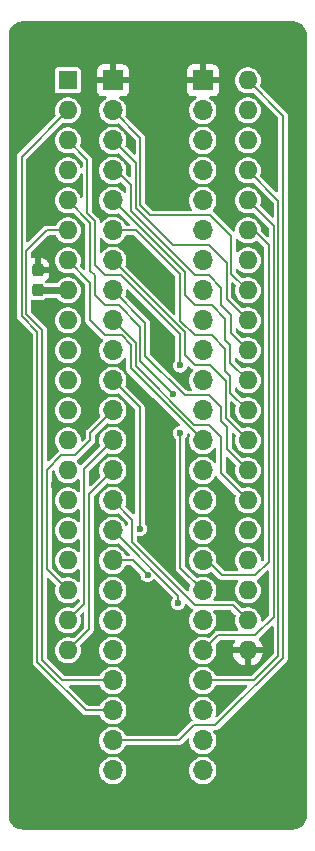
<source format=gbr>
G04 #@! TF.GenerationSoftware,KiCad,Pcbnew,7.0.11+dfsg-1build4*
G04 #@! TF.CreationDate,2024-12-02T20:56:25+09:00*
G04 #@! TF.ProjectId,bionic-mos6502,62696f6e-6963-42d6-9d6f-73363530322e,9*
G04 #@! TF.SameCoordinates,Original*
G04 #@! TF.FileFunction,Copper,L2,Bot*
G04 #@! TF.FilePolarity,Positive*
%FSLAX46Y46*%
G04 Gerber Fmt 4.6, Leading zero omitted, Abs format (unit mm)*
G04 Created by KiCad (PCBNEW 7.0.11+dfsg-1build4) date 2024-12-02 20:56:25*
%MOMM*%
%LPD*%
G01*
G04 APERTURE LIST*
G04 Aperture macros list*
%AMRoundRect*
0 Rectangle with rounded corners*
0 $1 Rounding radius*
0 $2 $3 $4 $5 $6 $7 $8 $9 X,Y pos of 4 corners*
0 Add a 4 corners polygon primitive as box body*
4,1,4,$2,$3,$4,$5,$6,$7,$8,$9,$2,$3,0*
0 Add four circle primitives for the rounded corners*
1,1,$1+$1,$2,$3*
1,1,$1+$1,$4,$5*
1,1,$1+$1,$6,$7*
1,1,$1+$1,$8,$9*
0 Add four rect primitives between the rounded corners*
20,1,$1+$1,$2,$3,$4,$5,0*
20,1,$1+$1,$4,$5,$6,$7,0*
20,1,$1+$1,$6,$7,$8,$9,0*
20,1,$1+$1,$8,$9,$2,$3,0*%
G04 Aperture macros list end*
G04 #@! TA.AperFunction,ComponentPad*
%ADD10R,1.600000X1.600000*%
G04 #@! TD*
G04 #@! TA.AperFunction,ComponentPad*
%ADD11O,1.600000X1.600000*%
G04 #@! TD*
G04 #@! TA.AperFunction,ComponentPad*
%ADD12O,1.700000X1.700000*%
G04 #@! TD*
G04 #@! TA.AperFunction,ComponentPad*
%ADD13R,1.700000X1.700000*%
G04 #@! TD*
G04 #@! TA.AperFunction,SMDPad,CuDef*
%ADD14RoundRect,0.237500X0.237500X-0.300000X0.237500X0.300000X-0.237500X0.300000X-0.237500X-0.300000X0*%
G04 #@! TD*
G04 #@! TA.AperFunction,ViaPad*
%ADD15C,0.600000*%
G04 #@! TD*
G04 #@! TA.AperFunction,Conductor*
%ADD16C,0.200000*%
G04 #@! TD*
G04 #@! TA.AperFunction,Conductor*
%ADD17C,0.600000*%
G04 #@! TD*
G04 #@! TA.AperFunction,Conductor*
%ADD18C,0.800000*%
G04 #@! TD*
G04 APERTURE END LIST*
D10*
X106080000Y-75080000D03*
D11*
X106080000Y-77620000D03*
X106080000Y-80160000D03*
X106080000Y-82700000D03*
X106080000Y-85240000D03*
X106080000Y-87780000D03*
X106080000Y-90320000D03*
X106080000Y-92860000D03*
X106080000Y-95400000D03*
X106080000Y-97940000D03*
X106080000Y-100480000D03*
X106080000Y-103020000D03*
X106080000Y-105560000D03*
X106080000Y-108100000D03*
X106080000Y-110640000D03*
X106080000Y-113180000D03*
X106080000Y-115720000D03*
X106080000Y-118260000D03*
X106080000Y-120800000D03*
X106080000Y-123340000D03*
X121320000Y-123340000D03*
X121320000Y-120800000D03*
X121320000Y-118260000D03*
X121320000Y-115720000D03*
X121320000Y-113180000D03*
X121320000Y-110640000D03*
X121320000Y-108100000D03*
X121320000Y-105560000D03*
X121320000Y-103020000D03*
X121320000Y-100480000D03*
X121320000Y-97940000D03*
X121320000Y-95400000D03*
X121320000Y-92860000D03*
X121320000Y-90320000D03*
X121320000Y-87780000D03*
X121320000Y-85240000D03*
X121320000Y-82700000D03*
X121320000Y-80160000D03*
X121320000Y-77620000D03*
X121320000Y-75080000D03*
D12*
X117510000Y-133500000D03*
X117510000Y-130960000D03*
X117510000Y-128420000D03*
X117510000Y-125880000D03*
X117510000Y-123340000D03*
X117510000Y-120800000D03*
X117510000Y-118260000D03*
X117510000Y-115720000D03*
X117510000Y-113180000D03*
X117510000Y-110640000D03*
X117510000Y-108100000D03*
X117510000Y-105560000D03*
X117510000Y-103020000D03*
X117510000Y-100480000D03*
X117510000Y-97940000D03*
X117510000Y-95400000D03*
X117510000Y-92860000D03*
X117510000Y-90320000D03*
X117510000Y-87780000D03*
X117510000Y-85240000D03*
X117510000Y-82700000D03*
X117510000Y-80160000D03*
X117510000Y-77620000D03*
D13*
X117510000Y-75080000D03*
X109890000Y-75080000D03*
D12*
X109890000Y-77620000D03*
X109890000Y-80160000D03*
X109890000Y-82700000D03*
X109890000Y-85240000D03*
X109890000Y-87780000D03*
X109890000Y-90320000D03*
X109890000Y-92860000D03*
X109890000Y-95400000D03*
X109890000Y-97940000D03*
X109890000Y-100480000D03*
X109890000Y-103020000D03*
X109890000Y-105560000D03*
X109890000Y-108100000D03*
X109890000Y-110640000D03*
X109890000Y-113180000D03*
X109890000Y-115720000D03*
X109890000Y-118260000D03*
X109890000Y-120800000D03*
X109890000Y-123340000D03*
X109890000Y-125880000D03*
X109890000Y-128420000D03*
X109890000Y-130960000D03*
X109890000Y-133500000D03*
D14*
X103540000Y-92857800D03*
X103540000Y-91132800D03*
D15*
X113700000Y-104290000D03*
X103540000Y-133500000D03*
X103413000Y-87526000D03*
X114081000Y-96289000D03*
X122717000Y-119403000D03*
X104937000Y-109370000D03*
X105876800Y-128623200D03*
X122463000Y-129690000D03*
X103540000Y-77620000D03*
X110906000Y-88923000D03*
X114335000Y-92479000D03*
X104429000Y-81557000D03*
X107858000Y-78890000D03*
X113649200Y-78483600D03*
X113700000Y-123721000D03*
X103540000Y-89558000D03*
X113700000Y-111910000D03*
X113700000Y-132357000D03*
X113700000Y-85240000D03*
X115605000Y-99210000D03*
X115605000Y-104925000D03*
X115414500Y-119339500D03*
X112831235Y-116969765D03*
X115005000Y-101641944D03*
X112176000Y-113053000D03*
D16*
X109890000Y-80160000D02*
X111814000Y-82084000D01*
X114970000Y-89050000D02*
X118018000Y-89050000D01*
X119523000Y-93603000D02*
X121320000Y-95400000D01*
X111814000Y-82084000D02*
X111814000Y-85894000D01*
X111814000Y-85894000D02*
X114970000Y-89050000D01*
X118018000Y-89050000D02*
X119523000Y-90555000D01*
X119523000Y-90555000D02*
X119523000Y-93603000D01*
X121320000Y-75080000D02*
X124298000Y-78058000D01*
X124298000Y-78058000D02*
X124298000Y-123975686D01*
X118583686Y-129690000D02*
X116748000Y-129690000D01*
X124298000Y-123975686D02*
X118583686Y-129690000D01*
X116748000Y-129690000D02*
X115478000Y-130960000D01*
X115478000Y-130960000D02*
X109890000Y-130960000D01*
X121320000Y-82700000D02*
X123898000Y-85278000D01*
X123898000Y-85278000D02*
X123898000Y-123810000D01*
X121828000Y-125880000D02*
X117510000Y-125880000D01*
X123898000Y-123810000D02*
X121828000Y-125880000D01*
X117510000Y-123340000D02*
X118780000Y-122070000D01*
X118780000Y-122070000D02*
X121955000Y-122070000D01*
X121955000Y-122070000D02*
X123498000Y-120527000D01*
X123498000Y-120527000D02*
X123498000Y-87418000D01*
X123498000Y-87418000D02*
X121320000Y-85240000D01*
X115414500Y-119339500D02*
X115414500Y-118704500D01*
X115414500Y-118704500D02*
X109890000Y-113180000D01*
X112831235Y-116969765D02*
X111581470Y-115720000D01*
X111581470Y-115720000D02*
X109890000Y-115720000D01*
X115005000Y-101641944D02*
X115005000Y-101594500D01*
X109255000Y-94130000D02*
X108366000Y-93241000D01*
X107966000Y-91190000D02*
X107966000Y-87126000D01*
X115005000Y-101594500D02*
X112214000Y-98803500D01*
X112214000Y-98803500D02*
X112214000Y-95946000D01*
X112214000Y-95946000D02*
X110398000Y-94130000D01*
X110398000Y-94130000D02*
X109255000Y-94130000D01*
X108366000Y-93241000D02*
X108366000Y-91590000D01*
X108366000Y-91590000D02*
X107966000Y-91190000D01*
X107966000Y-87126000D02*
X106080000Y-85240000D01*
X106080000Y-90320000D02*
X107966000Y-92206000D01*
X110627707Y-96670000D02*
X111414000Y-97456293D01*
X111414000Y-99464000D02*
X117510000Y-105560000D01*
X107966000Y-92206000D02*
X107966000Y-95381000D01*
X107966000Y-95381000D02*
X109255000Y-96670000D01*
X109255000Y-96670000D02*
X110627707Y-96670000D01*
X111414000Y-97456293D02*
X111414000Y-99464000D01*
X112176000Y-113053000D02*
X112176000Y-102766000D01*
X112176000Y-102766000D02*
X109890000Y-100480000D01*
D17*
X103540000Y-92857800D02*
X106077800Y-92857800D01*
D18*
X106077800Y-92857800D02*
X106080000Y-92860000D01*
D16*
X115605000Y-116355000D02*
X117510000Y-118260000D01*
X110594314Y-91590000D02*
X109255000Y-91590000D01*
X115605000Y-99210000D02*
X115586000Y-99191000D01*
X108366000Y-86960314D02*
X107731000Y-86325314D01*
X115605000Y-104925000D02*
X115605000Y-116355000D01*
X107731000Y-81811000D02*
X106080000Y-80160000D01*
X107731000Y-86325314D02*
X107731000Y-81811000D01*
X109255000Y-91590000D02*
X108366000Y-90701000D01*
X115586000Y-99191000D02*
X115586000Y-96581686D01*
X108366000Y-90701000D02*
X108366000Y-86960314D01*
X115586000Y-96581686D02*
X110594314Y-91590000D01*
X117891000Y-115720000D02*
X117510000Y-115720000D01*
X123098000Y-115837635D02*
X121945635Y-116990000D01*
X121320000Y-87780000D02*
X121828000Y-87780000D01*
X121945635Y-116990000D02*
X119161000Y-116990000D01*
X121828000Y-87780000D02*
X123098000Y-89050000D01*
X123098000Y-89050000D02*
X123098000Y-115837635D01*
X119161000Y-116990000D02*
X117891000Y-115720000D01*
X106080000Y-97296600D02*
X106080000Y-97940000D01*
X109890000Y-110640000D02*
X111541000Y-112291000D01*
X120050000Y-119530000D02*
X121320000Y-120800000D01*
X116875000Y-119530000D02*
X120050000Y-119530000D01*
X111541000Y-112291000D02*
X111541000Y-114196000D01*
X111541000Y-114196000D02*
X116875000Y-119530000D01*
X116805686Y-104290000D02*
X118018000Y-104290000D01*
X109923393Y-95400000D02*
X111814000Y-97290608D01*
X118018000Y-104290000D02*
X119034000Y-105306000D01*
X119034000Y-105306000D02*
X119034000Y-108354000D01*
X111814000Y-99298314D02*
X116805686Y-104290000D01*
X109890000Y-95400000D02*
X109923393Y-95400000D01*
X119034000Y-108354000D02*
X121320000Y-110640000D01*
X111814000Y-97290608D02*
X111814000Y-99298314D01*
X119542000Y-104417000D02*
X119034000Y-103909000D01*
X119034000Y-103909000D02*
X119034000Y-102766000D01*
X119034000Y-102766000D02*
X118018000Y-101750000D01*
X112614000Y-98378000D02*
X112614000Y-95584000D01*
X121320000Y-108100000D02*
X119542000Y-106322000D01*
X118018000Y-101750000D02*
X115986000Y-101750000D01*
X119542000Y-106322000D02*
X119542000Y-104417000D01*
X112614000Y-95584000D02*
X109890000Y-92860000D01*
X115986000Y-101750000D02*
X112614000Y-98378000D01*
X115986000Y-96416000D02*
X115986000Y-98321000D01*
X115986000Y-98321000D02*
X116875000Y-99210000D01*
X118145000Y-99210000D02*
X119434000Y-100499000D01*
X109890000Y-90320000D02*
X115986000Y-96416000D01*
X119434000Y-103674000D02*
X121320000Y-105560000D01*
X119434000Y-100499000D02*
X119434000Y-103674000D01*
X116875000Y-99210000D02*
X118145000Y-99210000D01*
X115586000Y-95450314D02*
X116806386Y-96670700D01*
X115586000Y-91501686D02*
X115586000Y-95450314D01*
X119834000Y-100137000D02*
X119834000Y-101534000D01*
X119415000Y-97813000D02*
X119415000Y-99718000D01*
X116806386Y-96670700D02*
X118272700Y-96670700D01*
X118272700Y-96670700D02*
X119415000Y-97813000D01*
X119834000Y-101534000D02*
X121320000Y-103020000D01*
X119415000Y-99718000D02*
X119834000Y-100137000D01*
X111864314Y-87780000D02*
X115586000Y-91501686D01*
X109890000Y-87780000D02*
X111864314Y-87780000D01*
X116875000Y-94130000D02*
X115986000Y-93241000D01*
X121320000Y-100480000D02*
X119815000Y-98975000D01*
X118272000Y-94130000D02*
X116875000Y-94130000D01*
X115986000Y-91336000D02*
X109890000Y-85240000D01*
X119815000Y-97451000D02*
X119415000Y-97051000D01*
X119415000Y-97051000D02*
X119415000Y-95273000D01*
X119815000Y-98975000D02*
X119815000Y-97451000D01*
X119415000Y-95273000D02*
X118272000Y-94130000D01*
X115986000Y-93241000D02*
X115986000Y-91336000D01*
X119880400Y-94912900D02*
X119880400Y-96500400D01*
X119088200Y-94120700D02*
X119880400Y-94912900D01*
X109890000Y-82700000D02*
X110144000Y-82700000D01*
X111414000Y-86129000D02*
X116875000Y-91590000D01*
X116875000Y-91590000D02*
X118018000Y-91590000D01*
X118018000Y-91590000D02*
X119088200Y-92660200D01*
X119088200Y-92660200D02*
X119088200Y-94120700D01*
X111414000Y-83970000D02*
X111414000Y-86129000D01*
X110144000Y-82700000D02*
X111414000Y-83970000D01*
X119880400Y-96500400D02*
X121320000Y-97940000D01*
X119923000Y-91463000D02*
X121320000Y-92860000D01*
X112214000Y-85659000D02*
X113065000Y-86510000D01*
X112214000Y-79944000D02*
X112214000Y-85659000D01*
X109890000Y-77620000D02*
X112214000Y-79944000D01*
X119923000Y-88288000D02*
X119923000Y-91463000D01*
X113065000Y-86510000D02*
X118145000Y-86510000D01*
X118145000Y-86510000D02*
X119923000Y-88288000D01*
X109890000Y-128420000D02*
X107604000Y-128420000D01*
X102174800Y-95050800D02*
X102174800Y-81525200D01*
X107604000Y-128420000D02*
X103502000Y-124317999D01*
X103502000Y-96378000D02*
X102174800Y-95050800D01*
X102174800Y-81525200D02*
X106080000Y-77620000D01*
X103502000Y-124317999D02*
X103502000Y-96378000D01*
X107985000Y-104925000D02*
X107985000Y-105560000D01*
X109890000Y-103020000D02*
X107985000Y-104925000D01*
X105514350Y-106830000D02*
X104302000Y-108042350D01*
X107985000Y-105560000D02*
X106715000Y-106830000D01*
X104302000Y-108042350D02*
X104302000Y-116482000D01*
X104302000Y-116482000D02*
X106080000Y-118260000D01*
X106715000Y-106830000D02*
X105514350Y-106830000D01*
X109890000Y-105560000D02*
X107477000Y-107973000D01*
X107477000Y-107973000D02*
X107477000Y-119403000D01*
X107477000Y-119403000D02*
X106080000Y-120800000D01*
X107877000Y-110113000D02*
X109890000Y-108100000D01*
X107877000Y-121543000D02*
X107877000Y-110113000D01*
X106080000Y-123340000D02*
X107877000Y-121543000D01*
X109890000Y-125880000D02*
X105629686Y-125880000D01*
X104302000Y-87780000D02*
X106080000Y-87780000D01*
X102574800Y-94885115D02*
X102574800Y-89507200D01*
X103902000Y-124152314D02*
X103902000Y-96212315D01*
X105629686Y-125880000D02*
X103902000Y-124152314D01*
X103902000Y-96212315D02*
X102574800Y-94885115D01*
X102574800Y-89507200D02*
X104302000Y-87780000D01*
G04 #@! TA.AperFunction,Conductor*
G36*
X120500075Y-88521267D02*
G01*
X120500153Y-88521197D01*
X120500481Y-88521557D01*
X120501505Y-88522286D01*
X120503236Y-88524579D01*
X120653959Y-88661981D01*
X120827363Y-88769348D01*
X121017544Y-88843024D01*
X121218024Y-88880500D01*
X121421976Y-88880500D01*
X121622456Y-88843024D01*
X121812637Y-88769348D01*
X121986041Y-88661981D01*
X121998597Y-88650534D01*
X122054337Y-88625303D01*
X122114263Y-88637654D01*
X122135298Y-88653691D01*
X122668504Y-89186896D01*
X122696281Y-89241413D01*
X122697500Y-89256900D01*
X122697500Y-115630734D01*
X122678593Y-115688925D01*
X122668503Y-115700738D01*
X122593335Y-115775905D01*
X122538818Y-115803682D01*
X122478386Y-115794110D01*
X122435122Y-115750845D01*
X122424755Y-115715039D01*
X122406397Y-115516917D01*
X122350582Y-115320750D01*
X122259673Y-115138179D01*
X122136764Y-114975421D01*
X121986041Y-114838019D01*
X121812637Y-114730652D01*
X121622456Y-114656976D01*
X121622455Y-114656975D01*
X121622453Y-114656975D01*
X121421976Y-114619500D01*
X121218024Y-114619500D01*
X121017546Y-114656975D01*
X120947632Y-114684059D01*
X120827363Y-114730652D01*
X120653959Y-114838019D01*
X120503236Y-114975421D01*
X120502613Y-114976246D01*
X120380328Y-115138177D01*
X120380323Y-115138186D01*
X120298450Y-115302611D01*
X120289418Y-115320750D01*
X120233603Y-115516917D01*
X120214785Y-115720000D01*
X120233603Y-115923083D01*
X120289418Y-116119250D01*
X120380327Y-116301821D01*
X120477759Y-116430842D01*
X120497737Y-116488670D01*
X120479908Y-116547201D01*
X120431082Y-116584073D01*
X120398754Y-116589500D01*
X119367900Y-116589500D01*
X119309709Y-116570593D01*
X119297896Y-116560504D01*
X118680648Y-115943256D01*
X118652871Y-115888739D01*
X118652074Y-115864117D01*
X118665429Y-115720000D01*
X118645756Y-115507690D01*
X118587405Y-115302611D01*
X118492366Y-115111745D01*
X118363872Y-114941593D01*
X118309623Y-114892139D01*
X118206307Y-114797952D01*
X118206300Y-114797946D01*
X118025024Y-114685705D01*
X118025019Y-114685702D01*
X117826195Y-114608678D01*
X117616610Y-114569500D01*
X117403390Y-114569500D01*
X117193804Y-114608678D01*
X116994980Y-114685702D01*
X116994975Y-114685705D01*
X116813699Y-114797946D01*
X116813692Y-114797952D01*
X116656135Y-114941586D01*
X116656131Y-114941589D01*
X116656128Y-114941593D01*
X116656125Y-114941597D01*
X116527635Y-115111743D01*
X116527630Y-115111752D01*
X116432596Y-115302608D01*
X116374244Y-115507688D01*
X116359043Y-115671742D01*
X116354571Y-115720000D01*
X116374244Y-115932310D01*
X116432595Y-116137389D01*
X116527634Y-116328255D01*
X116656128Y-116498407D01*
X116681947Y-116521944D01*
X116813692Y-116642047D01*
X116813699Y-116642053D01*
X116855445Y-116667901D01*
X116994981Y-116754298D01*
X117193802Y-116831321D01*
X117403390Y-116870500D01*
X117616610Y-116870500D01*
X117826198Y-116831321D01*
X118025019Y-116754298D01*
X118164554Y-116667900D01*
X118223982Y-116653342D01*
X118280618Y-116676495D01*
X118286675Y-116682068D01*
X118832950Y-117228342D01*
X118832949Y-117228342D01*
X118922657Y-117318049D01*
X118922658Y-117318050D01*
X118944149Y-117329000D01*
X118957394Y-117337116D01*
X118976910Y-117351296D01*
X118976912Y-117351296D01*
X118976913Y-117351297D01*
X118999852Y-117358750D01*
X119014195Y-117364690D01*
X119035696Y-117375646D01*
X119059524Y-117379419D01*
X119074633Y-117383047D01*
X119083194Y-117385828D01*
X119097567Y-117390499D01*
X119125379Y-117390499D01*
X119125403Y-117390500D01*
X119129481Y-117390500D01*
X120398754Y-117390500D01*
X120456945Y-117409407D01*
X120492909Y-117458907D01*
X120492909Y-117520093D01*
X120477760Y-117549155D01*
X120457907Y-117575447D01*
X120380328Y-117678177D01*
X120380323Y-117678186D01*
X120298450Y-117842611D01*
X120289418Y-117860750D01*
X120233603Y-118056917D01*
X120214785Y-118260000D01*
X120233603Y-118463083D01*
X120289418Y-118659250D01*
X120380327Y-118841821D01*
X120503236Y-119004579D01*
X120653959Y-119141981D01*
X120827363Y-119249348D01*
X121017544Y-119323024D01*
X121218024Y-119360500D01*
X121421976Y-119360500D01*
X121622456Y-119323024D01*
X121812637Y-119249348D01*
X121986041Y-119141981D01*
X122136764Y-119004579D01*
X122259673Y-118841821D01*
X122350582Y-118659250D01*
X122406397Y-118463083D01*
X122425215Y-118260000D01*
X122406397Y-118056917D01*
X122350582Y-117860750D01*
X122259673Y-117678179D01*
X122136764Y-117515421D01*
X122123233Y-117503086D01*
X122092968Y-117449912D01*
X122099737Y-117389102D01*
X122131735Y-117349835D01*
X122149250Y-117337109D01*
X122162484Y-117329000D01*
X122183977Y-117318050D01*
X122200896Y-117301129D01*
X122200902Y-117301125D01*
X122206542Y-117295485D01*
X122206544Y-117295484D01*
X122928496Y-116573530D01*
X122983013Y-116545754D01*
X123043445Y-116555325D01*
X123086710Y-116598590D01*
X123097500Y-116643535D01*
X123097500Y-120320098D01*
X123078593Y-120378289D01*
X123068503Y-120390102D01*
X122594129Y-120864475D01*
X122539613Y-120892252D01*
X122479181Y-120882681D01*
X122435916Y-120839416D01*
X122425548Y-120803605D01*
X122425214Y-120800005D01*
X122425215Y-120800000D01*
X122406397Y-120596917D01*
X122350582Y-120400750D01*
X122259673Y-120218179D01*
X122136764Y-120055421D01*
X121986041Y-119918019D01*
X121812637Y-119810652D01*
X121622456Y-119736976D01*
X121622455Y-119736975D01*
X121622453Y-119736975D01*
X121421976Y-119699500D01*
X121218024Y-119699500D01*
X121017544Y-119736975D01*
X120937739Y-119767892D01*
X120876648Y-119771282D01*
X120831973Y-119745581D01*
X120728730Y-119642338D01*
X120310909Y-119224516D01*
X120310905Y-119224513D01*
X120308423Y-119222031D01*
X120308423Y-119222030D01*
X120288343Y-119201951D01*
X120288342Y-119201950D01*
X120266847Y-119190997D01*
X120253608Y-119182884D01*
X120247581Y-119178505D01*
X120234090Y-119168704D01*
X120234088Y-119168703D01*
X120211142Y-119161247D01*
X120196788Y-119155301D01*
X120175306Y-119144354D01*
X120151474Y-119140579D01*
X120136374Y-119136953D01*
X120113437Y-119129500D01*
X120113433Y-119129500D01*
X120081519Y-119129500D01*
X118493901Y-119129500D01*
X118435710Y-119110593D01*
X118399746Y-119061093D01*
X118399746Y-118999907D01*
X118414897Y-118970839D01*
X118416763Y-118968368D01*
X118492366Y-118868255D01*
X118587405Y-118677389D01*
X118645756Y-118472310D01*
X118665429Y-118260000D01*
X118645756Y-118047690D01*
X118587405Y-117842611D01*
X118492366Y-117651745D01*
X118363872Y-117481593D01*
X118284688Y-117409407D01*
X118206307Y-117337952D01*
X118206300Y-117337946D01*
X118025024Y-117225705D01*
X118025019Y-117225702D01*
X117939657Y-117192633D01*
X117826198Y-117148679D01*
X117826197Y-117148678D01*
X117826195Y-117148678D01*
X117616610Y-117109500D01*
X117403390Y-117109500D01*
X117193802Y-117148678D01*
X117089091Y-117189243D01*
X117028000Y-117192633D01*
X116983325Y-117166932D01*
X116034496Y-116218103D01*
X116006719Y-116163586D01*
X116005500Y-116148099D01*
X116005500Y-113180000D01*
X116354571Y-113180000D01*
X116370864Y-113355839D01*
X116374244Y-113392310D01*
X116432595Y-113597389D01*
X116527634Y-113788255D01*
X116656128Y-113958407D01*
X116706784Y-114004586D01*
X116813692Y-114102047D01*
X116813699Y-114102053D01*
X116917389Y-114166255D01*
X116994981Y-114214298D01*
X117193802Y-114291321D01*
X117403390Y-114330500D01*
X117616610Y-114330500D01*
X117826198Y-114291321D01*
X118025019Y-114214298D01*
X118206302Y-114102052D01*
X118363872Y-113958407D01*
X118492366Y-113788255D01*
X118587405Y-113597389D01*
X118645756Y-113392310D01*
X118665429Y-113180000D01*
X120214785Y-113180000D01*
X120233603Y-113383083D01*
X120289418Y-113579250D01*
X120380327Y-113761821D01*
X120503236Y-113924579D01*
X120653959Y-114061981D01*
X120827363Y-114169348D01*
X121017544Y-114243024D01*
X121218024Y-114280500D01*
X121421976Y-114280500D01*
X121622456Y-114243024D01*
X121812637Y-114169348D01*
X121986041Y-114061981D01*
X122136764Y-113924579D01*
X122259673Y-113761821D01*
X122350582Y-113579250D01*
X122406397Y-113383083D01*
X122425215Y-113180000D01*
X122406397Y-112976917D01*
X122350582Y-112780750D01*
X122259673Y-112598179D01*
X122136764Y-112435421D01*
X121986041Y-112298019D01*
X121812637Y-112190652D01*
X121622456Y-112116976D01*
X121622455Y-112116975D01*
X121622453Y-112116975D01*
X121421976Y-112079500D01*
X121218024Y-112079500D01*
X121017546Y-112116975D01*
X120947632Y-112144059D01*
X120827363Y-112190652D01*
X120653959Y-112298019D01*
X120503236Y-112435421D01*
X120502613Y-112436246D01*
X120380328Y-112598177D01*
X120380323Y-112598186D01*
X120298450Y-112762611D01*
X120289418Y-112780750D01*
X120233603Y-112976917D01*
X120214785Y-113180000D01*
X118665429Y-113180000D01*
X118645756Y-112967690D01*
X118587405Y-112762611D01*
X118492366Y-112571745D01*
X118363872Y-112401593D01*
X118309623Y-112352139D01*
X118206307Y-112257952D01*
X118206300Y-112257946D01*
X118025024Y-112145705D01*
X118025019Y-112145702D01*
X117826195Y-112068678D01*
X117616610Y-112029500D01*
X117403390Y-112029500D01*
X117193804Y-112068678D01*
X116994980Y-112145702D01*
X116994975Y-112145705D01*
X116813699Y-112257946D01*
X116813692Y-112257952D01*
X116656135Y-112401586D01*
X116656131Y-112401589D01*
X116656128Y-112401593D01*
X116656125Y-112401597D01*
X116527635Y-112571743D01*
X116527630Y-112571752D01*
X116432596Y-112762608D01*
X116374244Y-112967688D01*
X116354571Y-113180000D01*
X116005500Y-113180000D01*
X116005500Y-110640000D01*
X116354571Y-110640000D01*
X116374244Y-110852310D01*
X116432595Y-111057389D01*
X116527634Y-111248255D01*
X116656128Y-111418407D01*
X116656135Y-111418413D01*
X116813692Y-111562047D01*
X116813699Y-111562053D01*
X116917389Y-111626255D01*
X116994981Y-111674298D01*
X117193802Y-111751321D01*
X117403390Y-111790500D01*
X117616610Y-111790500D01*
X117826198Y-111751321D01*
X118025019Y-111674298D01*
X118206302Y-111562052D01*
X118363872Y-111418407D01*
X118492366Y-111248255D01*
X118587405Y-111057389D01*
X118645756Y-110852310D01*
X118665429Y-110640000D01*
X118645756Y-110427690D01*
X118587405Y-110222611D01*
X118492366Y-110031745D01*
X118363872Y-109861593D01*
X118309623Y-109812139D01*
X118206307Y-109717952D01*
X118206300Y-109717946D01*
X118025024Y-109605705D01*
X118025019Y-109605702D01*
X117826195Y-109528678D01*
X117616610Y-109489500D01*
X117403390Y-109489500D01*
X117193804Y-109528678D01*
X116994980Y-109605702D01*
X116994975Y-109605705D01*
X116813699Y-109717946D01*
X116813692Y-109717952D01*
X116656135Y-109861586D01*
X116656131Y-109861589D01*
X116656128Y-109861593D01*
X116656125Y-109861597D01*
X116527635Y-110031743D01*
X116527630Y-110031752D01*
X116432596Y-110222608D01*
X116374244Y-110427688D01*
X116374244Y-110427690D01*
X116354571Y-110640000D01*
X116005500Y-110640000D01*
X116005500Y-105422071D01*
X116024407Y-105363880D01*
X116031715Y-105355324D01*
X116037574Y-105347688D01*
X116129536Y-105227841D01*
X116190044Y-105081762D01*
X116195870Y-105037502D01*
X116222210Y-104982278D01*
X116275980Y-104953082D01*
X116336642Y-104961067D01*
X116364027Y-104980420D01*
X116413348Y-105029741D01*
X116441125Y-105084258D01*
X116432904Y-105137818D01*
X116434249Y-105138339D01*
X116432598Y-105142598D01*
X116374244Y-105347688D01*
X116354571Y-105560000D01*
X116374244Y-105772311D01*
X116397449Y-105853867D01*
X116432595Y-105977389D01*
X116527634Y-106168255D01*
X116656128Y-106338407D01*
X116656135Y-106338413D01*
X116813692Y-106482047D01*
X116813699Y-106482053D01*
X116917389Y-106546255D01*
X116994981Y-106594298D01*
X117193802Y-106671321D01*
X117403390Y-106710500D01*
X117616610Y-106710500D01*
X117826198Y-106671321D01*
X118025019Y-106594298D01*
X118206302Y-106482052D01*
X118363872Y-106338407D01*
X118455498Y-106217075D01*
X118505653Y-106182034D01*
X118566827Y-106183165D01*
X118615654Y-106220037D01*
X118633500Y-106276738D01*
X118633500Y-107383261D01*
X118614593Y-107441452D01*
X118565093Y-107477416D01*
X118503907Y-107477416D01*
X118455497Y-107442922D01*
X118363880Y-107321603D01*
X118363877Y-107321600D01*
X118363872Y-107321593D01*
X118266569Y-107232889D01*
X118206307Y-107177952D01*
X118206300Y-107177946D01*
X118025024Y-107065705D01*
X118025019Y-107065702D01*
X117826195Y-106988678D01*
X117616610Y-106949500D01*
X117403390Y-106949500D01*
X117193804Y-106988678D01*
X116994980Y-107065702D01*
X116994975Y-107065705D01*
X116813699Y-107177946D01*
X116813692Y-107177952D01*
X116656135Y-107321586D01*
X116656131Y-107321589D01*
X116656128Y-107321593D01*
X116656125Y-107321597D01*
X116527635Y-107491743D01*
X116527630Y-107491752D01*
X116432596Y-107682608D01*
X116374244Y-107887688D01*
X116374244Y-107887690D01*
X116354571Y-108100000D01*
X116374244Y-108312310D01*
X116432595Y-108517389D01*
X116527634Y-108708255D01*
X116656128Y-108878407D01*
X116656135Y-108878413D01*
X116813692Y-109022047D01*
X116813699Y-109022053D01*
X116917389Y-109086255D01*
X116994981Y-109134298D01*
X117193802Y-109211321D01*
X117403390Y-109250500D01*
X117616610Y-109250500D01*
X117826198Y-109211321D01*
X118025019Y-109134298D01*
X118206302Y-109022052D01*
X118363872Y-108878407D01*
X118492366Y-108708255D01*
X118540705Y-108611175D01*
X118583566Y-108567515D01*
X118643907Y-108557385D01*
X118698678Y-108584657D01*
X118701257Y-108587649D01*
X118726030Y-108612423D01*
X118726031Y-108612423D01*
X118728513Y-108614905D01*
X118728516Y-108614909D01*
X119508915Y-109395308D01*
X120262663Y-110149056D01*
X120290440Y-110203573D01*
X120287880Y-110246152D01*
X120233603Y-110436915D01*
X120233603Y-110436917D01*
X120214785Y-110640000D01*
X120233603Y-110843083D01*
X120289418Y-111039250D01*
X120380327Y-111221821D01*
X120503236Y-111384579D01*
X120653959Y-111521981D01*
X120827363Y-111629348D01*
X121017544Y-111703024D01*
X121218024Y-111740500D01*
X121421976Y-111740500D01*
X121622456Y-111703024D01*
X121812637Y-111629348D01*
X121986041Y-111521981D01*
X122136764Y-111384579D01*
X122259673Y-111221821D01*
X122350582Y-111039250D01*
X122406397Y-110843083D01*
X122425215Y-110640000D01*
X122406397Y-110436917D01*
X122350582Y-110240750D01*
X122259673Y-110058179D01*
X122136764Y-109895421D01*
X121986041Y-109758019D01*
X121812637Y-109650652D01*
X121622456Y-109576976D01*
X121622455Y-109576975D01*
X121622453Y-109576975D01*
X121421976Y-109539500D01*
X121218024Y-109539500D01*
X121017544Y-109576975D01*
X120937739Y-109607892D01*
X120876648Y-109611282D01*
X120831973Y-109585581D01*
X120148336Y-108901944D01*
X119463496Y-108217103D01*
X119435719Y-108162586D01*
X119434500Y-108147099D01*
X119434500Y-107019901D01*
X119453407Y-106961710D01*
X119502907Y-106925746D01*
X119564093Y-106925746D01*
X119603504Y-106949897D01*
X120262663Y-107609056D01*
X120290440Y-107663573D01*
X120287880Y-107706152D01*
X120233603Y-107896915D01*
X120233603Y-107896917D01*
X120214785Y-108100000D01*
X120233603Y-108303083D01*
X120289418Y-108499250D01*
X120380327Y-108681821D01*
X120503236Y-108844579D01*
X120653959Y-108981981D01*
X120827363Y-109089348D01*
X121017544Y-109163024D01*
X121218024Y-109200500D01*
X121421976Y-109200500D01*
X121622456Y-109163024D01*
X121812637Y-109089348D01*
X121986041Y-108981981D01*
X122136764Y-108844579D01*
X122259673Y-108681821D01*
X122350582Y-108499250D01*
X122406397Y-108303083D01*
X122425215Y-108100000D01*
X122406397Y-107896917D01*
X122350582Y-107700750D01*
X122259673Y-107518179D01*
X122136764Y-107355421D01*
X121986041Y-107218019D01*
X121812637Y-107110652D01*
X121622456Y-107036976D01*
X121622455Y-107036975D01*
X121622453Y-107036975D01*
X121421976Y-106999500D01*
X121218024Y-106999500D01*
X121017552Y-107036974D01*
X121017546Y-107036975D01*
X121017544Y-107036976D01*
X120951296Y-107062639D01*
X120937738Y-107067892D01*
X120876647Y-107071281D01*
X120831973Y-107045580D01*
X119971496Y-106185103D01*
X119943719Y-106130586D01*
X119942500Y-106115099D01*
X119942500Y-104987901D01*
X119961407Y-104929710D01*
X120010907Y-104893746D01*
X120072093Y-104893746D01*
X120111504Y-104917897D01*
X120262663Y-105069056D01*
X120290440Y-105123573D01*
X120287880Y-105166152D01*
X120233603Y-105356915D01*
X120230157Y-105394107D01*
X120214785Y-105560000D01*
X120233603Y-105763083D01*
X120289418Y-105959250D01*
X120380327Y-106141821D01*
X120503236Y-106304579D01*
X120653959Y-106441981D01*
X120827363Y-106549348D01*
X121017544Y-106623024D01*
X121218024Y-106660500D01*
X121421976Y-106660500D01*
X121622456Y-106623024D01*
X121812637Y-106549348D01*
X121986041Y-106441981D01*
X122136764Y-106304579D01*
X122259673Y-106141821D01*
X122350582Y-105959250D01*
X122406397Y-105763083D01*
X122425215Y-105560000D01*
X122406397Y-105356917D01*
X122350582Y-105160750D01*
X122259673Y-104978179D01*
X122136764Y-104815421D01*
X121986041Y-104678019D01*
X121812637Y-104570652D01*
X121622456Y-104496976D01*
X121622455Y-104496975D01*
X121622453Y-104496975D01*
X121421976Y-104459500D01*
X121218024Y-104459500D01*
X121017552Y-104496974D01*
X121017546Y-104496975D01*
X121017544Y-104496976D01*
X120951296Y-104522639D01*
X120937738Y-104527892D01*
X120876647Y-104531281D01*
X120831973Y-104505580D01*
X119863496Y-103537103D01*
X119835719Y-103482586D01*
X119834500Y-103467099D01*
X119834500Y-102339899D01*
X119853407Y-102281708D01*
X119902907Y-102245744D01*
X119964093Y-102245744D01*
X120003503Y-102269895D01*
X120145350Y-102411743D01*
X120262664Y-102529057D01*
X120290441Y-102583573D01*
X120287881Y-102626151D01*
X120233603Y-102816917D01*
X120214785Y-103020000D01*
X120233603Y-103223083D01*
X120289418Y-103419250D01*
X120380327Y-103601821D01*
X120503236Y-103764579D01*
X120653959Y-103901981D01*
X120827363Y-104009348D01*
X121017544Y-104083024D01*
X121218024Y-104120500D01*
X121421976Y-104120500D01*
X121622456Y-104083024D01*
X121812637Y-104009348D01*
X121986041Y-103901981D01*
X122136764Y-103764579D01*
X122259673Y-103601821D01*
X122350582Y-103419250D01*
X122406397Y-103223083D01*
X122425215Y-103020000D01*
X122406397Y-102816917D01*
X122350582Y-102620750D01*
X122259673Y-102438179D01*
X122136764Y-102275421D01*
X121986041Y-102138019D01*
X121812637Y-102030652D01*
X121622456Y-101956976D01*
X121622455Y-101956975D01*
X121622453Y-101956975D01*
X121421976Y-101919500D01*
X121218024Y-101919500D01*
X121017544Y-101956975D01*
X120937739Y-101987892D01*
X120876648Y-101991282D01*
X120831973Y-101965581D01*
X120263496Y-101397103D01*
X120235719Y-101342586D01*
X120234500Y-101327099D01*
X120234500Y-101164090D01*
X120253407Y-101105899D01*
X120302907Y-101069935D01*
X120364093Y-101069935D01*
X120412501Y-101104427D01*
X120503236Y-101224579D01*
X120653959Y-101361981D01*
X120827363Y-101469348D01*
X121017544Y-101543024D01*
X121218024Y-101580500D01*
X121421976Y-101580500D01*
X121622456Y-101543024D01*
X121812637Y-101469348D01*
X121986041Y-101361981D01*
X122136764Y-101224579D01*
X122259673Y-101061821D01*
X122350582Y-100879250D01*
X122406397Y-100683083D01*
X122425215Y-100480000D01*
X122406397Y-100276917D01*
X122350582Y-100080750D01*
X122259673Y-99898179D01*
X122136764Y-99735421D01*
X121986041Y-99598019D01*
X121812637Y-99490652D01*
X121622456Y-99416976D01*
X121622455Y-99416975D01*
X121622453Y-99416975D01*
X121421976Y-99379500D01*
X121218024Y-99379500D01*
X121017544Y-99416975D01*
X120937739Y-99447892D01*
X120876648Y-99451282D01*
X120831973Y-99425581D01*
X120244496Y-98838103D01*
X120216719Y-98783586D01*
X120215500Y-98768099D01*
X120215500Y-98598930D01*
X120234407Y-98540739D01*
X120283907Y-98504775D01*
X120345093Y-98504775D01*
X120393502Y-98539267D01*
X120503236Y-98684579D01*
X120653959Y-98821981D01*
X120827363Y-98929348D01*
X121017544Y-99003024D01*
X121218024Y-99040500D01*
X121421976Y-99040500D01*
X121622456Y-99003024D01*
X121812637Y-98929348D01*
X121986041Y-98821981D01*
X122136764Y-98684579D01*
X122259673Y-98521821D01*
X122350582Y-98339250D01*
X122406397Y-98143083D01*
X122425215Y-97940000D01*
X122406397Y-97736917D01*
X122350582Y-97540750D01*
X122259673Y-97358179D01*
X122136764Y-97195421D01*
X121986041Y-97058019D01*
X121812637Y-96950652D01*
X121622456Y-96876976D01*
X121622455Y-96876975D01*
X121622453Y-96876975D01*
X121421976Y-96839500D01*
X121218024Y-96839500D01*
X121017552Y-96876974D01*
X121017546Y-96876975D01*
X121017544Y-96876976D01*
X120951296Y-96902639D01*
X120937738Y-96907892D01*
X120876647Y-96911281D01*
X120831973Y-96885580D01*
X120309896Y-96363503D01*
X120282119Y-96308986D01*
X120280900Y-96293499D01*
X120280900Y-96145533D01*
X120299807Y-96087342D01*
X120349307Y-96051378D01*
X120410493Y-96051378D01*
X120458900Y-96085869D01*
X120503236Y-96144579D01*
X120653959Y-96281981D01*
X120827363Y-96389348D01*
X121017544Y-96463024D01*
X121218024Y-96500500D01*
X121421976Y-96500500D01*
X121622456Y-96463024D01*
X121812637Y-96389348D01*
X121986041Y-96281981D01*
X122136764Y-96144579D01*
X122259673Y-95981821D01*
X122350582Y-95799250D01*
X122406397Y-95603083D01*
X122425215Y-95400000D01*
X122406397Y-95196917D01*
X122350582Y-95000750D01*
X122259673Y-94818179D01*
X122136764Y-94655421D01*
X121986041Y-94518019D01*
X121812637Y-94410652D01*
X121622456Y-94336976D01*
X121622455Y-94336975D01*
X121622453Y-94336975D01*
X121421976Y-94299500D01*
X121218024Y-94299500D01*
X121017552Y-94336974D01*
X121017546Y-94336975D01*
X121017544Y-94336976D01*
X120951296Y-94362639D01*
X120937738Y-94367892D01*
X120876647Y-94371281D01*
X120831973Y-94345580D01*
X119952496Y-93466103D01*
X119924719Y-93411586D01*
X119923500Y-93396099D01*
X119923500Y-92268899D01*
X119942407Y-92210708D01*
X119991907Y-92174744D01*
X120053093Y-92174744D01*
X120092502Y-92198895D01*
X120224818Y-92331211D01*
X120262664Y-92369057D01*
X120290441Y-92423573D01*
X120287881Y-92466151D01*
X120233603Y-92656917D01*
X120214785Y-92860000D01*
X120233603Y-93063083D01*
X120289418Y-93259250D01*
X120380327Y-93441821D01*
X120503236Y-93604579D01*
X120653959Y-93741981D01*
X120827363Y-93849348D01*
X121017544Y-93923024D01*
X121218024Y-93960500D01*
X121421976Y-93960500D01*
X121622456Y-93923024D01*
X121812637Y-93849348D01*
X121986041Y-93741981D01*
X122136764Y-93604579D01*
X122259673Y-93441821D01*
X122350582Y-93259250D01*
X122406397Y-93063083D01*
X122425215Y-92860000D01*
X122406397Y-92656917D01*
X122350582Y-92460750D01*
X122259673Y-92278179D01*
X122136764Y-92115421D01*
X121986041Y-91978019D01*
X121812637Y-91870652D01*
X121622456Y-91796976D01*
X121622455Y-91796975D01*
X121622453Y-91796975D01*
X121421976Y-91759500D01*
X121218024Y-91759500D01*
X121017544Y-91796975D01*
X120937739Y-91827892D01*
X120876648Y-91831282D01*
X120831973Y-91805580D01*
X120352496Y-91326102D01*
X120324719Y-91271586D01*
X120323500Y-91256099D01*
X120323500Y-91121944D01*
X120342407Y-91063753D01*
X120391907Y-91027789D01*
X120453093Y-91027789D01*
X120500075Y-91061267D01*
X120500153Y-91061197D01*
X120500481Y-91061557D01*
X120501505Y-91062286D01*
X120503236Y-91064579D01*
X120653959Y-91201981D01*
X120827363Y-91309348D01*
X121017544Y-91383024D01*
X121218024Y-91420500D01*
X121421976Y-91420500D01*
X121622456Y-91383024D01*
X121812637Y-91309348D01*
X121986041Y-91201981D01*
X122136764Y-91064579D01*
X122259673Y-90901821D01*
X122350582Y-90719250D01*
X122406397Y-90523083D01*
X122425215Y-90320000D01*
X122406397Y-90116917D01*
X122350582Y-89920750D01*
X122259673Y-89738179D01*
X122136764Y-89575421D01*
X121986041Y-89438019D01*
X121812637Y-89330652D01*
X121622456Y-89256976D01*
X121622455Y-89256975D01*
X121622453Y-89256975D01*
X121421976Y-89219500D01*
X121218024Y-89219500D01*
X121017546Y-89256975D01*
X120947632Y-89284059D01*
X120827363Y-89330652D01*
X120718676Y-89397948D01*
X120653959Y-89438019D01*
X120503234Y-89575423D01*
X120501503Y-89577716D01*
X120500514Y-89578406D01*
X120500153Y-89578803D01*
X120500063Y-89578721D01*
X120451347Y-89612759D01*
X120390172Y-89611628D01*
X120341345Y-89574755D01*
X120323500Y-89518055D01*
X120323500Y-88581944D01*
X120342407Y-88523753D01*
X120391907Y-88487789D01*
X120453093Y-88487789D01*
X120500075Y-88521267D01*
G37*
G04 #@! TD.AperFunction*
G04 #@! TA.AperFunction,Conductor*
G36*
X111213523Y-92775602D02*
G01*
X115156504Y-96718583D01*
X115184281Y-96773100D01*
X115185500Y-96788587D01*
X115185500Y-98736667D01*
X115166593Y-98794858D01*
X115165042Y-98796934D01*
X115080462Y-98907160D01*
X115080462Y-98907161D01*
X115019957Y-99053233D01*
X115019955Y-99053241D01*
X114999318Y-99209999D01*
X114999318Y-99210000D01*
X115019955Y-99366758D01*
X115019957Y-99366766D01*
X115080462Y-99512838D01*
X115080462Y-99512839D01*
X115133028Y-99581344D01*
X115176718Y-99638282D01*
X115302159Y-99734536D01*
X115302160Y-99734536D01*
X115302161Y-99734537D01*
X115448233Y-99795042D01*
X115448238Y-99795044D01*
X115553865Y-99808950D01*
X115604999Y-99815682D01*
X115605000Y-99815682D01*
X115605001Y-99815682D01*
X115636352Y-99811554D01*
X115761762Y-99795044D01*
X115907841Y-99734536D01*
X116033282Y-99638282D01*
X116129536Y-99512841D01*
X116190044Y-99366762D01*
X116195870Y-99322502D01*
X116222210Y-99267278D01*
X116275980Y-99238082D01*
X116336642Y-99246067D01*
X116364026Y-99265420D01*
X116614092Y-99515485D01*
X116626041Y-99527433D01*
X116636658Y-99538050D01*
X116636721Y-99538082D01*
X116636770Y-99538131D01*
X116642962Y-99542630D01*
X116642249Y-99543610D01*
X116679985Y-99581344D01*
X116689559Y-99641776D01*
X116661783Y-99696294D01*
X116658482Y-99699446D01*
X116656131Y-99701589D01*
X116656128Y-99701592D01*
X116527640Y-99871736D01*
X116527630Y-99871752D01*
X116432596Y-100062608D01*
X116374244Y-100267688D01*
X116374244Y-100267690D01*
X116354571Y-100480000D01*
X116374244Y-100692310D01*
X116432595Y-100897389D01*
X116527634Y-101088255D01*
X116584902Y-101164090D01*
X116605103Y-101190839D01*
X116625082Y-101248670D01*
X116607253Y-101307201D01*
X116558427Y-101344073D01*
X116526099Y-101349500D01*
X116192900Y-101349500D01*
X116134709Y-101330593D01*
X116122896Y-101320504D01*
X113043496Y-98241103D01*
X113015719Y-98186586D01*
X113014500Y-98171099D01*
X113014500Y-95520569D01*
X113014500Y-95520567D01*
X113007041Y-95497611D01*
X113003421Y-95482534D01*
X112999646Y-95458696D01*
X112988693Y-95437201D01*
X112982752Y-95422861D01*
X112975296Y-95399911D01*
X112975294Y-95399908D01*
X112961112Y-95380386D01*
X112952997Y-95367143D01*
X112942050Y-95345658D01*
X112934476Y-95338084D01*
X112919486Y-95323093D01*
X112919486Y-95323094D01*
X112919484Y-95323091D01*
X110986650Y-93390257D01*
X110958873Y-93335740D01*
X110967111Y-93282182D01*
X110965752Y-93281656D01*
X110967400Y-93277398D01*
X110967405Y-93277389D01*
X111025756Y-93072310D01*
X111045429Y-92860000D01*
X111044942Y-92854744D01*
X111058397Y-92795056D01*
X111104366Y-92754677D01*
X111165291Y-92749030D01*
X111213523Y-92775602D01*
G37*
G04 #@! TD.AperFunction*
G04 #@! TA.AperFunction,Conductor*
G36*
X111715604Y-88199407D02*
G01*
X111727417Y-88209496D01*
X115156504Y-91638583D01*
X115184281Y-91693100D01*
X115185500Y-91708587D01*
X115185500Y-94810099D01*
X115166593Y-94868290D01*
X115117093Y-94904254D01*
X115055907Y-94904254D01*
X115016496Y-94880103D01*
X110986650Y-90850257D01*
X110958873Y-90795740D01*
X110967111Y-90742182D01*
X110965752Y-90741656D01*
X110967400Y-90737398D01*
X110967405Y-90737389D01*
X111025756Y-90532310D01*
X111045429Y-90320000D01*
X111025756Y-90107690D01*
X110967405Y-89902611D01*
X110872366Y-89711745D01*
X110743872Y-89541593D01*
X110664688Y-89469407D01*
X110586307Y-89397952D01*
X110586300Y-89397946D01*
X110405024Y-89285705D01*
X110405019Y-89285702D01*
X110206195Y-89208678D01*
X109996610Y-89169500D01*
X109783390Y-89169500D01*
X109573804Y-89208678D01*
X109374980Y-89285702D01*
X109374975Y-89285705D01*
X109193699Y-89397946D01*
X109193692Y-89397952D01*
X109036135Y-89541586D01*
X109036119Y-89541603D01*
X108944503Y-89662922D01*
X108894347Y-89697965D01*
X108833172Y-89696834D01*
X108784345Y-89659961D01*
X108766500Y-89603261D01*
X108766500Y-88496738D01*
X108785407Y-88438547D01*
X108834907Y-88402583D01*
X108896093Y-88402583D01*
X108944501Y-88437075D01*
X109036128Y-88558407D01*
X109036135Y-88558413D01*
X109193692Y-88702047D01*
X109193699Y-88702053D01*
X109265070Y-88746244D01*
X109374981Y-88814298D01*
X109573802Y-88891321D01*
X109783390Y-88930500D01*
X109996610Y-88930500D01*
X110206198Y-88891321D01*
X110405019Y-88814298D01*
X110586302Y-88702052D01*
X110743872Y-88558407D01*
X110872366Y-88388255D01*
X110948492Y-88235372D01*
X110991354Y-88191710D01*
X111037113Y-88180500D01*
X111657413Y-88180500D01*
X111715604Y-88199407D01*
G37*
G04 #@! TD.AperFunction*
G04 #@! TA.AperFunction,Conductor*
G36*
X104926699Y-108080785D02*
G01*
X104969964Y-108124050D01*
X104980331Y-108159858D01*
X104993603Y-108303083D01*
X105049418Y-108499250D01*
X105140327Y-108681821D01*
X105263236Y-108844579D01*
X105413959Y-108981981D01*
X105587363Y-109089348D01*
X105777544Y-109163024D01*
X105978024Y-109200500D01*
X106181976Y-109200500D01*
X106382456Y-109163024D01*
X106572637Y-109089348D01*
X106746041Y-108981981D01*
X106896764Y-108844579D01*
X106898494Y-108842287D01*
X106899482Y-108841596D01*
X106899847Y-108841197D01*
X106899937Y-108841279D01*
X106948645Y-108807242D01*
X107009820Y-108808368D01*
X107058650Y-108845237D01*
X107076500Y-108901944D01*
X107076500Y-109838055D01*
X107057593Y-109896246D01*
X107008093Y-109932210D01*
X106946907Y-109932210D01*
X106899924Y-109898732D01*
X106899847Y-109898803D01*
X106899521Y-109898446D01*
X106898497Y-109897716D01*
X106897387Y-109896246D01*
X106896764Y-109895421D01*
X106746041Y-109758019D01*
X106572637Y-109650652D01*
X106382456Y-109576976D01*
X106382455Y-109576975D01*
X106382453Y-109576975D01*
X106181976Y-109539500D01*
X105978024Y-109539500D01*
X105777546Y-109576975D01*
X105707632Y-109604059D01*
X105587363Y-109650652D01*
X105413959Y-109758019D01*
X105263236Y-109895421D01*
X105262613Y-109896246D01*
X105140328Y-110058177D01*
X105140323Y-110058186D01*
X105058450Y-110222611D01*
X105049418Y-110240750D01*
X104993603Y-110436917D01*
X104974785Y-110640000D01*
X104993603Y-110843083D01*
X105049418Y-111039250D01*
X105140327Y-111221821D01*
X105263236Y-111384579D01*
X105413959Y-111521981D01*
X105587363Y-111629348D01*
X105777544Y-111703024D01*
X105978024Y-111740500D01*
X106181976Y-111740500D01*
X106382456Y-111703024D01*
X106572637Y-111629348D01*
X106746041Y-111521981D01*
X106896764Y-111384579D01*
X106898494Y-111382287D01*
X106899482Y-111381596D01*
X106899847Y-111381197D01*
X106899937Y-111381279D01*
X106948645Y-111347242D01*
X107009820Y-111348368D01*
X107058650Y-111385237D01*
X107076500Y-111441944D01*
X107076500Y-112378055D01*
X107057593Y-112436246D01*
X107008093Y-112472210D01*
X106946907Y-112472210D01*
X106899924Y-112438732D01*
X106899847Y-112438803D01*
X106899521Y-112438446D01*
X106898497Y-112437716D01*
X106897387Y-112436246D01*
X106896764Y-112435421D01*
X106746041Y-112298019D01*
X106572637Y-112190652D01*
X106382456Y-112116976D01*
X106382455Y-112116975D01*
X106382453Y-112116975D01*
X106181976Y-112079500D01*
X105978024Y-112079500D01*
X105777546Y-112116975D01*
X105707632Y-112144059D01*
X105587363Y-112190652D01*
X105413959Y-112298019D01*
X105263236Y-112435421D01*
X105262613Y-112436246D01*
X105140328Y-112598177D01*
X105140323Y-112598186D01*
X105058450Y-112762611D01*
X105049418Y-112780750D01*
X104993603Y-112976917D01*
X104974785Y-113180000D01*
X104993603Y-113383083D01*
X105049418Y-113579250D01*
X105140327Y-113761821D01*
X105263236Y-113924579D01*
X105413959Y-114061981D01*
X105587363Y-114169348D01*
X105777544Y-114243024D01*
X105978024Y-114280500D01*
X106181976Y-114280500D01*
X106382456Y-114243024D01*
X106572637Y-114169348D01*
X106746041Y-114061981D01*
X106896764Y-113924579D01*
X106898494Y-113922287D01*
X106899482Y-113921596D01*
X106899847Y-113921197D01*
X106899937Y-113921279D01*
X106948645Y-113887242D01*
X107009820Y-113888368D01*
X107058650Y-113925237D01*
X107076500Y-113981944D01*
X107076500Y-114918055D01*
X107057593Y-114976246D01*
X107008093Y-115012210D01*
X106946907Y-115012210D01*
X106899924Y-114978732D01*
X106899847Y-114978803D01*
X106899521Y-114978446D01*
X106898497Y-114977716D01*
X106897387Y-114976246D01*
X106896764Y-114975421D01*
X106746041Y-114838019D01*
X106572637Y-114730652D01*
X106382456Y-114656976D01*
X106382455Y-114656975D01*
X106382453Y-114656975D01*
X106181976Y-114619500D01*
X105978024Y-114619500D01*
X105777546Y-114656975D01*
X105707632Y-114684059D01*
X105587363Y-114730652D01*
X105413959Y-114838019D01*
X105263236Y-114975421D01*
X105262613Y-114976246D01*
X105140328Y-115138177D01*
X105140323Y-115138186D01*
X105058450Y-115302611D01*
X105049418Y-115320750D01*
X104993603Y-115516917D01*
X104974785Y-115720000D01*
X104993603Y-115923083D01*
X105049418Y-116119250D01*
X105140327Y-116301821D01*
X105263236Y-116464579D01*
X105413959Y-116601981D01*
X105587363Y-116709348D01*
X105777544Y-116783024D01*
X105978024Y-116820500D01*
X106181976Y-116820500D01*
X106382456Y-116783024D01*
X106572637Y-116709348D01*
X106746041Y-116601981D01*
X106896764Y-116464579D01*
X106898494Y-116462287D01*
X106899482Y-116461596D01*
X106899847Y-116461197D01*
X106899937Y-116461279D01*
X106948645Y-116427242D01*
X107009820Y-116428368D01*
X107058650Y-116465237D01*
X107076500Y-116521944D01*
X107076500Y-117458055D01*
X107057593Y-117516246D01*
X107008093Y-117552210D01*
X106946907Y-117552210D01*
X106899924Y-117518732D01*
X106899847Y-117518803D01*
X106899521Y-117518446D01*
X106898497Y-117517716D01*
X106897387Y-117516246D01*
X106896764Y-117515421D01*
X106746041Y-117378019D01*
X106572637Y-117270652D01*
X106382456Y-117196976D01*
X106382455Y-117196975D01*
X106382453Y-117196975D01*
X106181976Y-117159500D01*
X105978024Y-117159500D01*
X105777552Y-117196974D01*
X105777546Y-117196975D01*
X105777544Y-117196976D01*
X105737352Y-117212546D01*
X105697738Y-117227892D01*
X105636647Y-117231281D01*
X105591973Y-117205580D01*
X104731496Y-116345103D01*
X104703719Y-116290586D01*
X104702500Y-116275099D01*
X104702500Y-108249249D01*
X104721407Y-108191058D01*
X104731484Y-108179258D01*
X104811753Y-108098989D01*
X104866267Y-108071214D01*
X104926699Y-108080785D01*
G37*
G04 #@! TD.AperFunction*
G04 #@! TA.AperFunction,Conductor*
G36*
X125133875Y-70075805D02*
G01*
X125309097Y-70089594D01*
X125324430Y-70092023D01*
X125491550Y-70132145D01*
X125506317Y-70136943D01*
X125665104Y-70202715D01*
X125678926Y-70209758D01*
X125825469Y-70299560D01*
X125838032Y-70308688D01*
X125968717Y-70420303D01*
X125979699Y-70431285D01*
X126091311Y-70561967D01*
X126100440Y-70574532D01*
X126190238Y-70721068D01*
X126197287Y-70734902D01*
X126263054Y-70893678D01*
X126267855Y-70908453D01*
X126307975Y-71075564D01*
X126310405Y-71090907D01*
X126324195Y-71266123D01*
X126324500Y-71273891D01*
X126324500Y-137306108D01*
X126324195Y-137313876D01*
X126310405Y-137489092D01*
X126307975Y-137504435D01*
X126267855Y-137671546D01*
X126263054Y-137686321D01*
X126197287Y-137845097D01*
X126190234Y-137858939D01*
X126100442Y-138005465D01*
X126091311Y-138018032D01*
X125979699Y-138148714D01*
X125968714Y-138159699D01*
X125838032Y-138271311D01*
X125825465Y-138280442D01*
X125678939Y-138370234D01*
X125665097Y-138377287D01*
X125506321Y-138443054D01*
X125491546Y-138447855D01*
X125324435Y-138487975D01*
X125309092Y-138490405D01*
X125149743Y-138502946D01*
X125133874Y-138504195D01*
X125126108Y-138504500D01*
X102273892Y-138504500D01*
X102266125Y-138504195D01*
X102247014Y-138502691D01*
X102090907Y-138490405D01*
X102075564Y-138487975D01*
X101908453Y-138447855D01*
X101893678Y-138443054D01*
X101734902Y-138377287D01*
X101721068Y-138370238D01*
X101574532Y-138280440D01*
X101561967Y-138271311D01*
X101462706Y-138186535D01*
X101431282Y-138159696D01*
X101420303Y-138148717D01*
X101308688Y-138018032D01*
X101299560Y-138005469D01*
X101209758Y-137858926D01*
X101202715Y-137845104D01*
X101136943Y-137686317D01*
X101132144Y-137671546D01*
X101092024Y-137504435D01*
X101089594Y-137489097D01*
X101075805Y-137313875D01*
X101075500Y-137306108D01*
X101075500Y-133500000D01*
X108734571Y-133500000D01*
X108754244Y-133712310D01*
X108812595Y-133917389D01*
X108907634Y-134108255D01*
X109036128Y-134278407D01*
X109036135Y-134278413D01*
X109193692Y-134422047D01*
X109193699Y-134422053D01*
X109297389Y-134486255D01*
X109374981Y-134534298D01*
X109573802Y-134611321D01*
X109783390Y-134650500D01*
X109996610Y-134650500D01*
X110206198Y-134611321D01*
X110405019Y-134534298D01*
X110586302Y-134422052D01*
X110743872Y-134278407D01*
X110872366Y-134108255D01*
X110967405Y-133917389D01*
X111025756Y-133712310D01*
X111045429Y-133500000D01*
X116354571Y-133500000D01*
X116374244Y-133712310D01*
X116432595Y-133917389D01*
X116527634Y-134108255D01*
X116656128Y-134278407D01*
X116656135Y-134278413D01*
X116813692Y-134422047D01*
X116813699Y-134422053D01*
X116917389Y-134486255D01*
X116994981Y-134534298D01*
X117193802Y-134611321D01*
X117403390Y-134650500D01*
X117616610Y-134650500D01*
X117826198Y-134611321D01*
X118025019Y-134534298D01*
X118206302Y-134422052D01*
X118363872Y-134278407D01*
X118492366Y-134108255D01*
X118587405Y-133917389D01*
X118645756Y-133712310D01*
X118665429Y-133500000D01*
X118645756Y-133287690D01*
X118587405Y-133082611D01*
X118492366Y-132891745D01*
X118363872Y-132721593D01*
X118309623Y-132672139D01*
X118206307Y-132577952D01*
X118206300Y-132577946D01*
X118025024Y-132465705D01*
X118025019Y-132465702D01*
X117826195Y-132388678D01*
X117616610Y-132349500D01*
X117403390Y-132349500D01*
X117193804Y-132388678D01*
X116994980Y-132465702D01*
X116994975Y-132465705D01*
X116813699Y-132577946D01*
X116813692Y-132577952D01*
X116656135Y-132721586D01*
X116656131Y-132721589D01*
X116656128Y-132721593D01*
X116656125Y-132721597D01*
X116527635Y-132891743D01*
X116527630Y-132891752D01*
X116432596Y-133082608D01*
X116374244Y-133287688D01*
X116374244Y-133287690D01*
X116354571Y-133500000D01*
X111045429Y-133500000D01*
X111025756Y-133287690D01*
X110967405Y-133082611D01*
X110872366Y-132891745D01*
X110743872Y-132721593D01*
X110689623Y-132672139D01*
X110586307Y-132577952D01*
X110586300Y-132577946D01*
X110405024Y-132465705D01*
X110405019Y-132465702D01*
X110206195Y-132388678D01*
X109996610Y-132349500D01*
X109783390Y-132349500D01*
X109573804Y-132388678D01*
X109374980Y-132465702D01*
X109374975Y-132465705D01*
X109193699Y-132577946D01*
X109193692Y-132577952D01*
X109036135Y-132721586D01*
X109036131Y-132721589D01*
X109036128Y-132721593D01*
X109036125Y-132721597D01*
X108907635Y-132891743D01*
X108907630Y-132891752D01*
X108812596Y-133082608D01*
X108754244Y-133287688D01*
X108754244Y-133287690D01*
X108734571Y-133500000D01*
X101075500Y-133500000D01*
X101075500Y-95114237D01*
X101774300Y-95114237D01*
X101781753Y-95137174D01*
X101785379Y-95152274D01*
X101789154Y-95176106D01*
X101800101Y-95197588D01*
X101806047Y-95211942D01*
X101813503Y-95234888D01*
X101813502Y-95234888D01*
X101827684Y-95254408D01*
X101835797Y-95267647D01*
X101846750Y-95289142D01*
X101846751Y-95289143D01*
X101866830Y-95309223D01*
X101866831Y-95309223D01*
X101869313Y-95311705D01*
X101869316Y-95311709D01*
X102531580Y-95973972D01*
X103072504Y-96514896D01*
X103100281Y-96569413D01*
X103101500Y-96584900D01*
X103101500Y-124381436D01*
X103108953Y-124404373D01*
X103112579Y-124419473D01*
X103116354Y-124443305D01*
X103127301Y-124464787D01*
X103133247Y-124479141D01*
X103140703Y-124502087D01*
X103140702Y-124502087D01*
X103154884Y-124521607D01*
X103162997Y-124534846D01*
X103173950Y-124556341D01*
X103173951Y-124556342D01*
X103194030Y-124576422D01*
X103194031Y-124576422D01*
X103196513Y-124578904D01*
X103196516Y-124578908D01*
X107343091Y-128725484D01*
X107343094Y-128725486D01*
X107343096Y-128725489D01*
X107365656Y-128748048D01*
X107365658Y-128748050D01*
X107387145Y-128758998D01*
X107400386Y-128767112D01*
X107419908Y-128781294D01*
X107419909Y-128781294D01*
X107419911Y-128781296D01*
X107442861Y-128788752D01*
X107457201Y-128794693D01*
X107478696Y-128805646D01*
X107502534Y-128809421D01*
X107517611Y-128813041D01*
X107540567Y-128820500D01*
X107572481Y-128820500D01*
X108742887Y-128820500D01*
X108801078Y-128839407D01*
X108831508Y-128875372D01*
X108907630Y-129028247D01*
X108907634Y-129028255D01*
X109036128Y-129198407D01*
X109106734Y-129262773D01*
X109193692Y-129342047D01*
X109193699Y-129342053D01*
X109262281Y-129384517D01*
X109374981Y-129454298D01*
X109573802Y-129531321D01*
X109783390Y-129570500D01*
X109996610Y-129570500D01*
X110206198Y-129531321D01*
X110405019Y-129454298D01*
X110586302Y-129342052D01*
X110743872Y-129198407D01*
X110872366Y-129028255D01*
X110967405Y-128837389D01*
X111025756Y-128632310D01*
X111045429Y-128420000D01*
X111025756Y-128207690D01*
X110967405Y-128002611D01*
X110872366Y-127811745D01*
X110743872Y-127641593D01*
X110689623Y-127592139D01*
X110586307Y-127497952D01*
X110586300Y-127497946D01*
X110405024Y-127385705D01*
X110405019Y-127385702D01*
X110206195Y-127308678D01*
X109996610Y-127269500D01*
X109783390Y-127269500D01*
X109573804Y-127308678D01*
X109374980Y-127385702D01*
X109374975Y-127385705D01*
X109193699Y-127497946D01*
X109193692Y-127497952D01*
X109036135Y-127641586D01*
X109036131Y-127641589D01*
X109036128Y-127641593D01*
X109036125Y-127641597D01*
X108907635Y-127811743D01*
X108907630Y-127811752D01*
X108831508Y-127964628D01*
X108788646Y-128008290D01*
X108742887Y-128019500D01*
X107810901Y-128019500D01*
X107752710Y-128000593D01*
X107740897Y-127990504D01*
X106199897Y-126449504D01*
X106172120Y-126394987D01*
X106181691Y-126334555D01*
X106224956Y-126291290D01*
X106269901Y-126280500D01*
X108742887Y-126280500D01*
X108801078Y-126299407D01*
X108831508Y-126335372D01*
X108868714Y-126410093D01*
X108907634Y-126488255D01*
X109036128Y-126658407D01*
X109036135Y-126658413D01*
X109193692Y-126802047D01*
X109193699Y-126802053D01*
X109297389Y-126866255D01*
X109374981Y-126914298D01*
X109573802Y-126991321D01*
X109783390Y-127030500D01*
X109996610Y-127030500D01*
X110206198Y-126991321D01*
X110405019Y-126914298D01*
X110586302Y-126802052D01*
X110743872Y-126658407D01*
X110872366Y-126488255D01*
X110967405Y-126297389D01*
X111025756Y-126092310D01*
X111045429Y-125880000D01*
X111025756Y-125667690D01*
X110967405Y-125462611D01*
X110872366Y-125271745D01*
X110743872Y-125101593D01*
X110689623Y-125052139D01*
X110586307Y-124957952D01*
X110586300Y-124957946D01*
X110405024Y-124845705D01*
X110405019Y-124845702D01*
X110206195Y-124768678D01*
X109996610Y-124729500D01*
X109783390Y-124729500D01*
X109573804Y-124768678D01*
X109374980Y-124845702D01*
X109374975Y-124845705D01*
X109193699Y-124957946D01*
X109193692Y-124957952D01*
X109036135Y-125101586D01*
X109036131Y-125101589D01*
X109036128Y-125101593D01*
X109036125Y-125101597D01*
X108907635Y-125271743D01*
X108907630Y-125271752D01*
X108831508Y-125424628D01*
X108788646Y-125468290D01*
X108742887Y-125479500D01*
X105836587Y-125479500D01*
X105778396Y-125460593D01*
X105766583Y-125450504D01*
X104331496Y-124015417D01*
X104303719Y-123960900D01*
X104302500Y-123945413D01*
X104302500Y-117287901D01*
X104321407Y-117229710D01*
X104370907Y-117193746D01*
X104432093Y-117193746D01*
X104471504Y-117217897D01*
X105022663Y-117769056D01*
X105050440Y-117823573D01*
X105047880Y-117866152D01*
X104993603Y-118056915D01*
X104993603Y-118056917D01*
X104974785Y-118260000D01*
X104993603Y-118463083D01*
X105049418Y-118659250D01*
X105140327Y-118841821D01*
X105263236Y-119004579D01*
X105413959Y-119141981D01*
X105587363Y-119249348D01*
X105777544Y-119323024D01*
X105978024Y-119360500D01*
X106181976Y-119360500D01*
X106382456Y-119323024D01*
X106572637Y-119249348D01*
X106746041Y-119141981D01*
X106896764Y-119004579D01*
X106898494Y-119002287D01*
X106899482Y-119001596D01*
X106899847Y-119001197D01*
X106899937Y-119001279D01*
X106948645Y-118967242D01*
X107009820Y-118968368D01*
X107058650Y-119005237D01*
X107076500Y-119061944D01*
X107076500Y-119196099D01*
X107057593Y-119254290D01*
X107047503Y-119266103D01*
X106568025Y-119745580D01*
X106513509Y-119773357D01*
X106462260Y-119767891D01*
X106382456Y-119736976D01*
X106181976Y-119699500D01*
X105978024Y-119699500D01*
X105777546Y-119736975D01*
X105707632Y-119764059D01*
X105587363Y-119810652D01*
X105417792Y-119915646D01*
X105413959Y-119918019D01*
X105263237Y-120055420D01*
X105140328Y-120218177D01*
X105140323Y-120218186D01*
X105058450Y-120382611D01*
X105049418Y-120400750D01*
X104993603Y-120596917D01*
X104974785Y-120800000D01*
X104993603Y-121003083D01*
X105049418Y-121199250D01*
X105140327Y-121381821D01*
X105263236Y-121544579D01*
X105413959Y-121681981D01*
X105587363Y-121789348D01*
X105777544Y-121863024D01*
X105978024Y-121900500D01*
X106181976Y-121900500D01*
X106382456Y-121863024D01*
X106572637Y-121789348D01*
X106746041Y-121681981D01*
X106896764Y-121544579D01*
X107019673Y-121381821D01*
X107110582Y-121199250D01*
X107166397Y-121003083D01*
X107185215Y-120800000D01*
X107166397Y-120596917D01*
X107112118Y-120406148D01*
X107114379Y-120345010D01*
X107137336Y-120309056D01*
X107307497Y-120138896D01*
X107362013Y-120111119D01*
X107422445Y-120120690D01*
X107465710Y-120163955D01*
X107476500Y-120208900D01*
X107476500Y-121336098D01*
X107457593Y-121394289D01*
X107447504Y-121406102D01*
X106568025Y-122285580D01*
X106513508Y-122313357D01*
X106462259Y-122307891D01*
X106382460Y-122276977D01*
X106382447Y-122276974D01*
X106181976Y-122239500D01*
X105978024Y-122239500D01*
X105777546Y-122276975D01*
X105777541Y-122276977D01*
X105587363Y-122350652D01*
X105478676Y-122417948D01*
X105413959Y-122458019D01*
X105263237Y-122595420D01*
X105140328Y-122758177D01*
X105140323Y-122758186D01*
X105058450Y-122922611D01*
X105049418Y-122940750D01*
X104993603Y-123136917D01*
X104974785Y-123340000D01*
X104993603Y-123543083D01*
X105049418Y-123739250D01*
X105140327Y-123921821D01*
X105263236Y-124084579D01*
X105413959Y-124221981D01*
X105587363Y-124329348D01*
X105777544Y-124403024D01*
X105978024Y-124440500D01*
X106181976Y-124440500D01*
X106382456Y-124403024D01*
X106572637Y-124329348D01*
X106746041Y-124221981D01*
X106896764Y-124084579D01*
X107019673Y-123921821D01*
X107110582Y-123739250D01*
X107166397Y-123543083D01*
X107185215Y-123340000D01*
X108734571Y-123340000D01*
X108754244Y-123552310D01*
X108812595Y-123757389D01*
X108907634Y-123948255D01*
X109036128Y-124118407D01*
X109036135Y-124118413D01*
X109193692Y-124262047D01*
X109193699Y-124262053D01*
X109297389Y-124326255D01*
X109374981Y-124374298D01*
X109573802Y-124451321D01*
X109783390Y-124490500D01*
X109996610Y-124490500D01*
X110206198Y-124451321D01*
X110405019Y-124374298D01*
X110586302Y-124262052D01*
X110743872Y-124118407D01*
X110872366Y-123948255D01*
X110967405Y-123757389D01*
X111025756Y-123552310D01*
X111045429Y-123340000D01*
X111025756Y-123127690D01*
X110967405Y-122922611D01*
X110872366Y-122731745D01*
X110743872Y-122561593D01*
X110645286Y-122471719D01*
X110586307Y-122417952D01*
X110586300Y-122417946D01*
X110405024Y-122305705D01*
X110405019Y-122305702D01*
X110353078Y-122285580D01*
X110206198Y-122228679D01*
X110206197Y-122228678D01*
X110206195Y-122228678D01*
X109996610Y-122189500D01*
X109783390Y-122189500D01*
X109573804Y-122228678D01*
X109374980Y-122305702D01*
X109374975Y-122305705D01*
X109193699Y-122417946D01*
X109193692Y-122417952D01*
X109036135Y-122561586D01*
X109036131Y-122561589D01*
X109036128Y-122561593D01*
X109036125Y-122561597D01*
X108907635Y-122731743D01*
X108907630Y-122731752D01*
X108812596Y-122922608D01*
X108754244Y-123127688D01*
X108754244Y-123127690D01*
X108734571Y-123340000D01*
X107185215Y-123340000D01*
X107166397Y-123136917D01*
X107112118Y-122946148D01*
X107114379Y-122885010D01*
X107137333Y-122849058D01*
X108182484Y-121803909D01*
X108182485Y-121803906D01*
X108188127Y-121798265D01*
X108188129Y-121798261D01*
X108205050Y-121781342D01*
X108216004Y-121759841D01*
X108224110Y-121746613D01*
X108238296Y-121727089D01*
X108245750Y-121704146D01*
X108251691Y-121689802D01*
X108262646Y-121668304D01*
X108266421Y-121644467D01*
X108270046Y-121629371D01*
X108277500Y-121606433D01*
X108277500Y-121479567D01*
X108277500Y-120800000D01*
X108734571Y-120800000D01*
X108754244Y-121012310D01*
X108812595Y-121217389D01*
X108907634Y-121408255D01*
X109036128Y-121578407D01*
X109100163Y-121636783D01*
X109193692Y-121722047D01*
X109193699Y-121722053D01*
X109233341Y-121746598D01*
X109374981Y-121834298D01*
X109573802Y-121911321D01*
X109783390Y-121950500D01*
X109996610Y-121950500D01*
X110206198Y-121911321D01*
X110405019Y-121834298D01*
X110586302Y-121722052D01*
X110743872Y-121578407D01*
X110872366Y-121408255D01*
X110967405Y-121217389D01*
X111025756Y-121012310D01*
X111045429Y-120800000D01*
X111025756Y-120587690D01*
X110967405Y-120382611D01*
X110872366Y-120191745D01*
X110743872Y-120021593D01*
X110649902Y-119935927D01*
X110586307Y-119877952D01*
X110586300Y-119877946D01*
X110405024Y-119765705D01*
X110405019Y-119765702D01*
X110206195Y-119688678D01*
X109996610Y-119649500D01*
X109783390Y-119649500D01*
X109573804Y-119688678D01*
X109374980Y-119765702D01*
X109374975Y-119765705D01*
X109193699Y-119877946D01*
X109193692Y-119877952D01*
X109036135Y-120021586D01*
X109036131Y-120021589D01*
X109036128Y-120021593D01*
X109036125Y-120021597D01*
X108907635Y-120191743D01*
X108907630Y-120191752D01*
X108812596Y-120382608D01*
X108754244Y-120587688D01*
X108754244Y-120587690D01*
X108734571Y-120800000D01*
X108277500Y-120800000D01*
X108277500Y-118260000D01*
X108734571Y-118260000D01*
X108754244Y-118472310D01*
X108812595Y-118677389D01*
X108907634Y-118868255D01*
X109036128Y-119038407D01*
X109036135Y-119038413D01*
X109193692Y-119182047D01*
X109193699Y-119182053D01*
X109265850Y-119226727D01*
X109374981Y-119294298D01*
X109573802Y-119371321D01*
X109783390Y-119410500D01*
X109996610Y-119410500D01*
X110206198Y-119371321D01*
X110405019Y-119294298D01*
X110586302Y-119182052D01*
X110743872Y-119038407D01*
X110872366Y-118868255D01*
X110967405Y-118677389D01*
X111025756Y-118472310D01*
X111045429Y-118260000D01*
X111025756Y-118047690D01*
X110967405Y-117842611D01*
X110872366Y-117651745D01*
X110743872Y-117481593D01*
X110664688Y-117409407D01*
X110586307Y-117337952D01*
X110586300Y-117337946D01*
X110405024Y-117225705D01*
X110405019Y-117225702D01*
X110319657Y-117192633D01*
X110206198Y-117148679D01*
X110206197Y-117148678D01*
X110206195Y-117148678D01*
X109996610Y-117109500D01*
X109783390Y-117109500D01*
X109573804Y-117148678D01*
X109374980Y-117225702D01*
X109374975Y-117225705D01*
X109193699Y-117337946D01*
X109193692Y-117337952D01*
X109036135Y-117481586D01*
X109036131Y-117481589D01*
X109036128Y-117481593D01*
X109036125Y-117481597D01*
X108907635Y-117651743D01*
X108907630Y-117651752D01*
X108812596Y-117842608D01*
X108754244Y-118047688D01*
X108754244Y-118047690D01*
X108734571Y-118260000D01*
X108277500Y-118260000D01*
X108277500Y-110319900D01*
X108296407Y-110261709D01*
X108306490Y-110249902D01*
X109363326Y-109193065D01*
X109417841Y-109165290D01*
X109469090Y-109170756D01*
X109573802Y-109211321D01*
X109783390Y-109250500D01*
X109996610Y-109250500D01*
X110206198Y-109211321D01*
X110405019Y-109134298D01*
X110586302Y-109022052D01*
X110743872Y-108878407D01*
X110872366Y-108708255D01*
X110967405Y-108517389D01*
X111025756Y-108312310D01*
X111045429Y-108100000D01*
X111025756Y-107887690D01*
X110967405Y-107682611D01*
X110872366Y-107491745D01*
X110743872Y-107321593D01*
X110646569Y-107232889D01*
X110586307Y-107177952D01*
X110586300Y-107177946D01*
X110405024Y-107065705D01*
X110405019Y-107065702D01*
X110206195Y-106988678D01*
X109996610Y-106949500D01*
X109783390Y-106949500D01*
X109573804Y-106988678D01*
X109374980Y-107065702D01*
X109374975Y-107065705D01*
X109193699Y-107177946D01*
X109193692Y-107177952D01*
X109036135Y-107321586D01*
X109036131Y-107321589D01*
X109036128Y-107321593D01*
X109036125Y-107321597D01*
X108907635Y-107491743D01*
X108907630Y-107491752D01*
X108812596Y-107682608D01*
X108754244Y-107887688D01*
X108734571Y-108100000D01*
X108754244Y-108312311D01*
X108812598Y-108517401D01*
X108814249Y-108521661D01*
X108812870Y-108522195D01*
X108820977Y-108576647D01*
X108793348Y-108630257D01*
X108046504Y-109377102D01*
X107991987Y-109404879D01*
X107931555Y-109395308D01*
X107888290Y-109352043D01*
X107877500Y-109307098D01*
X107877500Y-108179900D01*
X107896407Y-108121709D01*
X107906496Y-108109896D01*
X108633131Y-107383261D01*
X109363326Y-106653065D01*
X109417841Y-106625290D01*
X109469090Y-106630756D01*
X109573802Y-106671321D01*
X109783390Y-106710500D01*
X109996610Y-106710500D01*
X110206198Y-106671321D01*
X110405019Y-106594298D01*
X110586302Y-106482052D01*
X110743872Y-106338407D01*
X110872366Y-106168255D01*
X110967405Y-105977389D01*
X111025756Y-105772310D01*
X111045429Y-105560000D01*
X111025756Y-105347690D01*
X110967405Y-105142611D01*
X110872366Y-104951745D01*
X110743872Y-104781593D01*
X110639734Y-104686658D01*
X110586307Y-104637952D01*
X110586300Y-104637946D01*
X110405024Y-104525705D01*
X110405019Y-104525702D01*
X110206195Y-104448678D01*
X109996610Y-104409500D01*
X109783390Y-104409500D01*
X109573804Y-104448678D01*
X109374980Y-104525702D01*
X109374975Y-104525705D01*
X109193699Y-104637946D01*
X109193692Y-104637952D01*
X109036135Y-104781586D01*
X109036131Y-104781589D01*
X109036128Y-104781593D01*
X109036125Y-104781597D01*
X108907635Y-104951743D01*
X108907630Y-104951752D01*
X108812596Y-105142608D01*
X108754244Y-105347688D01*
X108734571Y-105560000D01*
X108754244Y-105772311D01*
X108812598Y-105977401D01*
X108814249Y-105981661D01*
X108812870Y-105982195D01*
X108820977Y-106036647D01*
X108793348Y-106090257D01*
X107231901Y-107651705D01*
X107177384Y-107679482D01*
X107116952Y-107669911D01*
X107073687Y-107626646D01*
X107073276Y-107625829D01*
X107019676Y-107518186D01*
X107019673Y-107518179D01*
X106896764Y-107355421D01*
X106887385Y-107346871D01*
X106857121Y-107293699D01*
X106863890Y-107232889D01*
X106895893Y-107193617D01*
X106899085Y-107191297D01*
X106899090Y-107191296D01*
X106918613Y-107177110D01*
X106931849Y-107169000D01*
X106953342Y-107158050D01*
X106970261Y-107141129D01*
X106970265Y-107141127D01*
X106975906Y-107135485D01*
X106975909Y-107135484D01*
X108290483Y-105820909D01*
X108313050Y-105798342D01*
X108324002Y-105776843D01*
X108332115Y-105763605D01*
X108346296Y-105744090D01*
X108353751Y-105721144D01*
X108359695Y-105706795D01*
X108370646Y-105685304D01*
X108374419Y-105661473D01*
X108378048Y-105646364D01*
X108385498Y-105623435D01*
X108385499Y-105623434D01*
X108385499Y-105595621D01*
X108385500Y-105595596D01*
X108385500Y-105131900D01*
X108404407Y-105073709D01*
X108414490Y-105061902D01*
X109363326Y-104113065D01*
X109417841Y-104085290D01*
X109469090Y-104090756D01*
X109573802Y-104131321D01*
X109783390Y-104170500D01*
X109996610Y-104170500D01*
X110206198Y-104131321D01*
X110405019Y-104054298D01*
X110586302Y-103942052D01*
X110743872Y-103798407D01*
X110872366Y-103628255D01*
X110967405Y-103437389D01*
X111025756Y-103232310D01*
X111045429Y-103020000D01*
X111025756Y-102807690D01*
X110967405Y-102602611D01*
X110872366Y-102411745D01*
X110743872Y-102241593D01*
X110651181Y-102157093D01*
X110586307Y-102097952D01*
X110586300Y-102097946D01*
X110405024Y-101985705D01*
X110405019Y-101985702D01*
X110206195Y-101908678D01*
X109996610Y-101869500D01*
X109783390Y-101869500D01*
X109573804Y-101908678D01*
X109374980Y-101985702D01*
X109374975Y-101985705D01*
X109193699Y-102097946D01*
X109193692Y-102097952D01*
X109036135Y-102241586D01*
X109036131Y-102241589D01*
X109036128Y-102241593D01*
X109036125Y-102241597D01*
X108907635Y-102411743D01*
X108907630Y-102411752D01*
X108812596Y-102602608D01*
X108812595Y-102602611D01*
X108809850Y-102612260D01*
X108754244Y-102807688D01*
X108734571Y-103020000D01*
X108754244Y-103232311D01*
X108812598Y-103437401D01*
X108814249Y-103441661D01*
X108812870Y-103442195D01*
X108820977Y-103496647D01*
X108793348Y-103550257D01*
X107679516Y-104664091D01*
X107679515Y-104664092D01*
X107656950Y-104686658D01*
X107656948Y-104686660D01*
X107645997Y-104708151D01*
X107637887Y-104721385D01*
X107623706Y-104740906D01*
X107623701Y-104740915D01*
X107616249Y-104763852D01*
X107610305Y-104778202D01*
X107599355Y-104799691D01*
X107599352Y-104799701D01*
X107595577Y-104823529D01*
X107591953Y-104838624D01*
X107584501Y-104861562D01*
X107584500Y-104861569D01*
X107584500Y-105353099D01*
X107565593Y-105411290D01*
X107555503Y-105423103D01*
X107354129Y-105624476D01*
X107299613Y-105652253D01*
X107239181Y-105642682D01*
X107195916Y-105599417D01*
X107185548Y-105563606D01*
X107185214Y-105560006D01*
X107185215Y-105560000D01*
X107166397Y-105356917D01*
X107110582Y-105160750D01*
X107019673Y-104978179D01*
X106896764Y-104815421D01*
X106746041Y-104678019D01*
X106572637Y-104570652D01*
X106382456Y-104496976D01*
X106382455Y-104496975D01*
X106382453Y-104496975D01*
X106181976Y-104459500D01*
X105978024Y-104459500D01*
X105777546Y-104496975D01*
X105755334Y-104505580D01*
X105587363Y-104570652D01*
X105478676Y-104637948D01*
X105413959Y-104678019D01*
X105263237Y-104815420D01*
X105140328Y-104978177D01*
X105140323Y-104978186D01*
X105058450Y-105142611D01*
X105049418Y-105160750D01*
X104993603Y-105356917D01*
X104974785Y-105560000D01*
X104993603Y-105763083D01*
X105049418Y-105959250D01*
X105140327Y-106141821D01*
X105263236Y-106304579D01*
X105300350Y-106338413D01*
X105300944Y-106338954D01*
X105331210Y-106392129D01*
X105324440Y-106452939D01*
X105283220Y-106498156D01*
X105279204Y-106500320D01*
X105276015Y-106501945D01*
X105276008Y-106501950D01*
X105253444Y-106524513D01*
X105253442Y-106524515D01*
X105253440Y-106524515D01*
X105253441Y-106524516D01*
X104471504Y-107306453D01*
X104416987Y-107334230D01*
X104356555Y-107324659D01*
X104313290Y-107281394D01*
X104302500Y-107236449D01*
X104302500Y-103020000D01*
X104974785Y-103020000D01*
X104993603Y-103223083D01*
X105049418Y-103419250D01*
X105140327Y-103601821D01*
X105263236Y-103764579D01*
X105413959Y-103901981D01*
X105587363Y-104009348D01*
X105777544Y-104083024D01*
X105978024Y-104120500D01*
X106181976Y-104120500D01*
X106382456Y-104083024D01*
X106572637Y-104009348D01*
X106746041Y-103901981D01*
X106896764Y-103764579D01*
X107019673Y-103601821D01*
X107110582Y-103419250D01*
X107166397Y-103223083D01*
X107185215Y-103020000D01*
X107166397Y-102816917D01*
X107110582Y-102620750D01*
X107019673Y-102438179D01*
X106896764Y-102275421D01*
X106746041Y-102138019D01*
X106572637Y-102030652D01*
X106382456Y-101956976D01*
X106382455Y-101956975D01*
X106382453Y-101956975D01*
X106181976Y-101919500D01*
X105978024Y-101919500D01*
X105777546Y-101956975D01*
X105726904Y-101976594D01*
X105587363Y-102030652D01*
X105457123Y-102111293D01*
X105413959Y-102138019D01*
X105263237Y-102275420D01*
X105140328Y-102438177D01*
X105140323Y-102438186D01*
X105049419Y-102620747D01*
X105049418Y-102620750D01*
X104993603Y-102816917D01*
X104974785Y-103020000D01*
X104302500Y-103020000D01*
X104302500Y-100480000D01*
X104974785Y-100480000D01*
X104993603Y-100683083D01*
X105049418Y-100879250D01*
X105140327Y-101061821D01*
X105263236Y-101224579D01*
X105413959Y-101361981D01*
X105587363Y-101469348D01*
X105777544Y-101543024D01*
X105978024Y-101580500D01*
X106181976Y-101580500D01*
X106382456Y-101543024D01*
X106572637Y-101469348D01*
X106746041Y-101361981D01*
X106896764Y-101224579D01*
X107019673Y-101061821D01*
X107110582Y-100879250D01*
X107166397Y-100683083D01*
X107185215Y-100480000D01*
X107166397Y-100276917D01*
X107110582Y-100080750D01*
X107019673Y-99898179D01*
X106896764Y-99735421D01*
X106746041Y-99598019D01*
X106572637Y-99490652D01*
X106382456Y-99416976D01*
X106382455Y-99416975D01*
X106382453Y-99416975D01*
X106181976Y-99379500D01*
X105978024Y-99379500D01*
X105777546Y-99416975D01*
X105707632Y-99444059D01*
X105587363Y-99490652D01*
X105478676Y-99557948D01*
X105413959Y-99598019D01*
X105263237Y-99735420D01*
X105140328Y-99898177D01*
X105140323Y-99898186D01*
X105049419Y-100080747D01*
X105049418Y-100080750D01*
X104993603Y-100276917D01*
X104974785Y-100480000D01*
X104302500Y-100480000D01*
X104302500Y-97940000D01*
X104974785Y-97940000D01*
X104993603Y-98143083D01*
X105049418Y-98339250D01*
X105140327Y-98521821D01*
X105263236Y-98684579D01*
X105413959Y-98821981D01*
X105587363Y-98929348D01*
X105777544Y-99003024D01*
X105978024Y-99040500D01*
X106181976Y-99040500D01*
X106382456Y-99003024D01*
X106572637Y-98929348D01*
X106746041Y-98821981D01*
X106896764Y-98684579D01*
X107019673Y-98521821D01*
X107110582Y-98339250D01*
X107166397Y-98143083D01*
X107185215Y-97940000D01*
X107166397Y-97736917D01*
X107110582Y-97540750D01*
X107019673Y-97358179D01*
X106896764Y-97195421D01*
X106746041Y-97058019D01*
X106572637Y-96950652D01*
X106382456Y-96876976D01*
X106382455Y-96876975D01*
X106382453Y-96876975D01*
X106181976Y-96839500D01*
X105978024Y-96839500D01*
X105777546Y-96876975D01*
X105755334Y-96885580D01*
X105587363Y-96950652D01*
X105440062Y-97041857D01*
X105413959Y-97058019D01*
X105263237Y-97195420D01*
X105140328Y-97358177D01*
X105140323Y-97358186D01*
X105058450Y-97522611D01*
X105049418Y-97540750D01*
X104993603Y-97736917D01*
X104974785Y-97940000D01*
X104302500Y-97940000D01*
X104302500Y-96177298D01*
X104302499Y-96177268D01*
X104302499Y-96148882D01*
X104302498Y-96148880D01*
X104298772Y-96137414D01*
X104295047Y-96125948D01*
X104291419Y-96110838D01*
X104287646Y-96087012D01*
X104287646Y-96087011D01*
X104276690Y-96065510D01*
X104270750Y-96051167D01*
X104263297Y-96028228D01*
X104263296Y-96028227D01*
X104263296Y-96028225D01*
X104249117Y-96008710D01*
X104241000Y-95995464D01*
X104230050Y-95973973D01*
X104230049Y-95973972D01*
X104140342Y-95884264D01*
X104140342Y-95884265D01*
X103656077Y-95400000D01*
X104974785Y-95400000D01*
X104993603Y-95603083D01*
X105049418Y-95799250D01*
X105140327Y-95981821D01*
X105263236Y-96144579D01*
X105413959Y-96281981D01*
X105587363Y-96389348D01*
X105777544Y-96463024D01*
X105978024Y-96500500D01*
X106181976Y-96500500D01*
X106382456Y-96463024D01*
X106572637Y-96389348D01*
X106746041Y-96281981D01*
X106896764Y-96144579D01*
X107019673Y-95981821D01*
X107110582Y-95799250D01*
X107166397Y-95603083D01*
X107185215Y-95400000D01*
X107166397Y-95196917D01*
X107110582Y-95000750D01*
X107019673Y-94818179D01*
X106896764Y-94655421D01*
X106746041Y-94518019D01*
X106572637Y-94410652D01*
X106382456Y-94336976D01*
X106382455Y-94336975D01*
X106382453Y-94336975D01*
X106181976Y-94299500D01*
X105978024Y-94299500D01*
X105777546Y-94336975D01*
X105755334Y-94345580D01*
X105587363Y-94410652D01*
X105457118Y-94491296D01*
X105413959Y-94518019D01*
X105263237Y-94655420D01*
X105140328Y-94818177D01*
X105140323Y-94818186D01*
X105049419Y-95000747D01*
X105049418Y-95000750D01*
X104993603Y-95196917D01*
X104974785Y-95400000D01*
X103656077Y-95400000D01*
X103004296Y-94748218D01*
X102976519Y-94693701D01*
X102975300Y-94678214D01*
X102975300Y-93752550D01*
X102994207Y-93694359D01*
X103043707Y-93658395D01*
X103104893Y-93658395D01*
X103110616Y-93660451D01*
X103173923Y-93685417D01*
X103260382Y-93695800D01*
X103260384Y-93695800D01*
X103819616Y-93695800D01*
X103819618Y-93695800D01*
X103906077Y-93685417D01*
X104043658Y-93631162D01*
X104161500Y-93541800D01*
X104195108Y-93497480D01*
X104245335Y-93462538D01*
X104273992Y-93458300D01*
X105103475Y-93458300D01*
X105161666Y-93477207D01*
X105182478Y-93497639D01*
X105263236Y-93604579D01*
X105413959Y-93741981D01*
X105587363Y-93849348D01*
X105777544Y-93923024D01*
X105978024Y-93960500D01*
X106181976Y-93960500D01*
X106382456Y-93923024D01*
X106572637Y-93849348D01*
X106746041Y-93741981D01*
X106896764Y-93604579D01*
X107019673Y-93441821D01*
X107110582Y-93259250D01*
X107166397Y-93063083D01*
X107185215Y-92860000D01*
X107166397Y-92656917D01*
X107110582Y-92460750D01*
X107019673Y-92278179D01*
X106896764Y-92115421D01*
X106746041Y-91978019D01*
X106572637Y-91870652D01*
X106382456Y-91796976D01*
X106382455Y-91796975D01*
X106382453Y-91796975D01*
X106181976Y-91759500D01*
X105978024Y-91759500D01*
X105777546Y-91796975D01*
X105755334Y-91805580D01*
X105587363Y-91870652D01*
X105413959Y-91978019D01*
X105263236Y-92115421D01*
X105185800Y-92217961D01*
X105135645Y-92253004D01*
X105106798Y-92257300D01*
X104273992Y-92257300D01*
X104215801Y-92238393D01*
X104195108Y-92218118D01*
X104169836Y-92184791D01*
X104149741Y-92127000D01*
X104167453Y-92068434D01*
X104196748Y-92040712D01*
X104238037Y-92015244D01*
X104359946Y-91893335D01*
X104450451Y-91746606D01*
X104504681Y-91582948D01*
X104515000Y-91481955D01*
X104515000Y-91382801D01*
X104514999Y-91382800D01*
X103389000Y-91382800D01*
X103330809Y-91363893D01*
X103294845Y-91314393D01*
X103290000Y-91283800D01*
X103290000Y-90882799D01*
X103790000Y-90882799D01*
X103790001Y-90882800D01*
X104514998Y-90882800D01*
X104514999Y-90882799D01*
X104514999Y-90783645D01*
X104504682Y-90682657D01*
X104504679Y-90682645D01*
X104450451Y-90518993D01*
X104359946Y-90372264D01*
X104307682Y-90320000D01*
X104974785Y-90320000D01*
X104993603Y-90523083D01*
X105049418Y-90719250D01*
X105140327Y-90901821D01*
X105263236Y-91064579D01*
X105413959Y-91201981D01*
X105587363Y-91309348D01*
X105777544Y-91383024D01*
X105978024Y-91420500D01*
X106181976Y-91420500D01*
X106382456Y-91383024D01*
X106462259Y-91352107D01*
X106523351Y-91348718D01*
X106568026Y-91374419D01*
X107536504Y-92342897D01*
X107564281Y-92397414D01*
X107565500Y-92412901D01*
X107565500Y-95444437D01*
X107572953Y-95467374D01*
X107576579Y-95482474D01*
X107580354Y-95506306D01*
X107591301Y-95527788D01*
X107597247Y-95542142D01*
X107604703Y-95565088D01*
X107604702Y-95565088D01*
X107618884Y-95584608D01*
X107626997Y-95597847D01*
X107637950Y-95619342D01*
X107637951Y-95619343D01*
X107658030Y-95639423D01*
X107658031Y-95639423D01*
X107660513Y-95641905D01*
X107660516Y-95641909D01*
X108926950Y-96908342D01*
X108926949Y-96908342D01*
X108980666Y-96962058D01*
X109016658Y-96998050D01*
X109016721Y-96998082D01*
X109016771Y-96998132D01*
X109022962Y-97002630D01*
X109022249Y-97003610D01*
X109059985Y-97041345D01*
X109069559Y-97101777D01*
X109041782Y-97156294D01*
X109038482Y-97159446D01*
X109036131Y-97161589D01*
X109036128Y-97161592D01*
X108907640Y-97331736D01*
X108907630Y-97331752D01*
X108812596Y-97522608D01*
X108754244Y-97727688D01*
X108734571Y-97940000D01*
X108754244Y-98152311D01*
X108766500Y-98195384D01*
X108807434Y-98339252D01*
X108812596Y-98357391D01*
X108903891Y-98540739D01*
X108907634Y-98548255D01*
X109036128Y-98718407D01*
X109036135Y-98718413D01*
X109193692Y-98862047D01*
X109193699Y-98862053D01*
X109266548Y-98907159D01*
X109374981Y-98974298D01*
X109573802Y-99051321D01*
X109783390Y-99090500D01*
X109996610Y-99090500D01*
X110206198Y-99051321D01*
X110405019Y-98974298D01*
X110586302Y-98862052D01*
X110743872Y-98718407D01*
X110835498Y-98597075D01*
X110885653Y-98562034D01*
X110946827Y-98563165D01*
X110995654Y-98600037D01*
X111013500Y-98656738D01*
X111013500Y-99527437D01*
X111020953Y-99550374D01*
X111024579Y-99565474D01*
X111028354Y-99589306D01*
X111039301Y-99610788D01*
X111045247Y-99625142D01*
X111052703Y-99648088D01*
X111052702Y-99648088D01*
X111066884Y-99667608D01*
X111074997Y-99680847D01*
X111085950Y-99702342D01*
X111085951Y-99702343D01*
X111106030Y-99722423D01*
X111106031Y-99722423D01*
X111108513Y-99724905D01*
X111108516Y-99724909D01*
X113328392Y-101944785D01*
X115549579Y-104165972D01*
X115577356Y-104220489D01*
X115567785Y-104280921D01*
X115524520Y-104324186D01*
X115492498Y-104334129D01*
X115448240Y-104339955D01*
X115448233Y-104339957D01*
X115302161Y-104400462D01*
X115302160Y-104400462D01*
X115176723Y-104496713D01*
X115176713Y-104496723D01*
X115080462Y-104622160D01*
X115080462Y-104622161D01*
X115019957Y-104768233D01*
X115019955Y-104768241D01*
X114999318Y-104924999D01*
X114999318Y-104925000D01*
X115019955Y-105081758D01*
X115019957Y-105081766D01*
X115080462Y-105227838D01*
X115080462Y-105227839D01*
X115180668Y-105358431D01*
X115179283Y-105359493D01*
X115203279Y-105406569D01*
X115204500Y-105422071D01*
X115204500Y-116418437D01*
X115211953Y-116441374D01*
X115215579Y-116456474D01*
X115219354Y-116480306D01*
X115228218Y-116497701D01*
X115228575Y-116498402D01*
X115230301Y-116501788D01*
X115236247Y-116516142D01*
X115243703Y-116539088D01*
X115243702Y-116539088D01*
X115257884Y-116558608D01*
X115265997Y-116571847D01*
X115276950Y-116593342D01*
X115276951Y-116593343D01*
X115297030Y-116613423D01*
X115297031Y-116613423D01*
X115299513Y-116615905D01*
X115299516Y-116615909D01*
X115872850Y-117189243D01*
X116413348Y-117729741D01*
X116441125Y-117784258D01*
X116432904Y-117837818D01*
X116434249Y-117838339D01*
X116432598Y-117842598D01*
X116374244Y-118047688D01*
X116358495Y-118217651D01*
X116334299Y-118273849D01*
X116281691Y-118305092D01*
X116220767Y-118299446D01*
X116189913Y-118278520D01*
X111970496Y-114059103D01*
X111942719Y-114004586D01*
X111941500Y-113989099D01*
X111941500Y-113740697D01*
X111960407Y-113682506D01*
X112009907Y-113646542D01*
X112053420Y-113642544D01*
X112176000Y-113658682D01*
X112176001Y-113658682D01*
X112207352Y-113654554D01*
X112332762Y-113638044D01*
X112478841Y-113577536D01*
X112604282Y-113481282D01*
X112700536Y-113355841D01*
X112761044Y-113209762D01*
X112781682Y-113053000D01*
X112761044Y-112896238D01*
X112700537Y-112750161D01*
X112700537Y-112750160D01*
X112600332Y-112619570D01*
X112601713Y-112618509D01*
X112577719Y-112571416D01*
X112576500Y-112555929D01*
X112576500Y-102730983D01*
X112576499Y-102730953D01*
X112576499Y-102702567D01*
X112576498Y-102702565D01*
X112569047Y-102679633D01*
X112565419Y-102664523D01*
X112561646Y-102640697D01*
X112561646Y-102640696D01*
X112550690Y-102619195D01*
X112544750Y-102604852D01*
X112537297Y-102581913D01*
X112537296Y-102581912D01*
X112537296Y-102581910D01*
X112523117Y-102562395D01*
X112515000Y-102549149D01*
X112504050Y-102527658D01*
X112504049Y-102527657D01*
X112414342Y-102437949D01*
X112414342Y-102437950D01*
X110986650Y-101010257D01*
X110958873Y-100955740D01*
X110967111Y-100902182D01*
X110965752Y-100901656D01*
X110967400Y-100897398D01*
X110967405Y-100897389D01*
X111025756Y-100692310D01*
X111045429Y-100480000D01*
X111025756Y-100267690D01*
X110967405Y-100062611D01*
X110872366Y-99871745D01*
X110743872Y-99701593D01*
X110651888Y-99617738D01*
X110586307Y-99557952D01*
X110586300Y-99557946D01*
X110405024Y-99445705D01*
X110405019Y-99445702D01*
X110206195Y-99368678D01*
X109996610Y-99329500D01*
X109783390Y-99329500D01*
X109573804Y-99368678D01*
X109374980Y-99445702D01*
X109374975Y-99445705D01*
X109193699Y-99557946D01*
X109193692Y-99557952D01*
X109036135Y-99701586D01*
X109036131Y-99701589D01*
X109036128Y-99701593D01*
X109036125Y-99701597D01*
X108907635Y-99871743D01*
X108907630Y-99871752D01*
X108812596Y-100062608D01*
X108754244Y-100267688D01*
X108754244Y-100267690D01*
X108734571Y-100480000D01*
X108754244Y-100692310D01*
X108812595Y-100897389D01*
X108907634Y-101088255D01*
X109036128Y-101258407D01*
X109036135Y-101258413D01*
X109193692Y-101402047D01*
X109193699Y-101402053D01*
X109288887Y-101460991D01*
X109374981Y-101514298D01*
X109573802Y-101591321D01*
X109783390Y-101630500D01*
X109996610Y-101630500D01*
X110206198Y-101591321D01*
X110310908Y-101550755D01*
X110371998Y-101547366D01*
X110416674Y-101573067D01*
X111746504Y-102902896D01*
X111774281Y-102957413D01*
X111775500Y-102972900D01*
X111775500Y-111720099D01*
X111756593Y-111778290D01*
X111707093Y-111814254D01*
X111645907Y-111814254D01*
X111606496Y-111790103D01*
X110986650Y-111170257D01*
X110958873Y-111115740D01*
X110967111Y-111062182D01*
X110965752Y-111061656D01*
X110967400Y-111057398D01*
X110967405Y-111057389D01*
X111025756Y-110852310D01*
X111045429Y-110640000D01*
X111025756Y-110427690D01*
X110967405Y-110222611D01*
X110872366Y-110031745D01*
X110743872Y-109861593D01*
X110689623Y-109812139D01*
X110586307Y-109717952D01*
X110586300Y-109717946D01*
X110405024Y-109605705D01*
X110405019Y-109605702D01*
X110206195Y-109528678D01*
X109996610Y-109489500D01*
X109783390Y-109489500D01*
X109573804Y-109528678D01*
X109374980Y-109605702D01*
X109374975Y-109605705D01*
X109193699Y-109717946D01*
X109193692Y-109717952D01*
X109036135Y-109861586D01*
X109036131Y-109861589D01*
X109036128Y-109861593D01*
X109036125Y-109861597D01*
X108907635Y-110031743D01*
X108907630Y-110031752D01*
X108812596Y-110222608D01*
X108754244Y-110427688D01*
X108754244Y-110427690D01*
X108734571Y-110640000D01*
X108754244Y-110852310D01*
X108812595Y-111057389D01*
X108907634Y-111248255D01*
X109036128Y-111418407D01*
X109036135Y-111418413D01*
X109193692Y-111562047D01*
X109193699Y-111562053D01*
X109297389Y-111626255D01*
X109374981Y-111674298D01*
X109573802Y-111751321D01*
X109783390Y-111790500D01*
X109996610Y-111790500D01*
X110206198Y-111751321D01*
X110310908Y-111710755D01*
X110371998Y-111707366D01*
X110416674Y-111733067D01*
X111111504Y-112427897D01*
X111139281Y-112482414D01*
X111140500Y-112497901D01*
X111140500Y-112689310D01*
X111121593Y-112747501D01*
X111072093Y-112783465D01*
X111010907Y-112783465D01*
X110961407Y-112747501D01*
X110952879Y-112733438D01*
X110872369Y-112571752D01*
X110872366Y-112571745D01*
X110743872Y-112401593D01*
X110689623Y-112352139D01*
X110586307Y-112257952D01*
X110586300Y-112257946D01*
X110405024Y-112145705D01*
X110405019Y-112145702D01*
X110206195Y-112068678D01*
X109996610Y-112029500D01*
X109783390Y-112029500D01*
X109573804Y-112068678D01*
X109374980Y-112145702D01*
X109374975Y-112145705D01*
X109193699Y-112257946D01*
X109193692Y-112257952D01*
X109036135Y-112401586D01*
X109036131Y-112401589D01*
X109036128Y-112401593D01*
X109036125Y-112401597D01*
X108907635Y-112571743D01*
X108907630Y-112571752D01*
X108812596Y-112762608D01*
X108754244Y-112967688D01*
X108734571Y-113180000D01*
X108750864Y-113355839D01*
X108754244Y-113392310D01*
X108812595Y-113597389D01*
X108907634Y-113788255D01*
X109036128Y-113958407D01*
X109086784Y-114004586D01*
X109193692Y-114102047D01*
X109193699Y-114102053D01*
X109297389Y-114166255D01*
X109374981Y-114214298D01*
X109573802Y-114291321D01*
X109783390Y-114330500D01*
X109996610Y-114330500D01*
X110206198Y-114291321D01*
X110310908Y-114250755D01*
X110371998Y-114247366D01*
X110416674Y-114273067D01*
X111294103Y-115150496D01*
X111321880Y-115205013D01*
X111312309Y-115265445D01*
X111269044Y-115308710D01*
X111224099Y-115319500D01*
X111037113Y-115319500D01*
X110978922Y-115300593D01*
X110948492Y-115264628D01*
X110918807Y-115205013D01*
X110872366Y-115111745D01*
X110743872Y-114941593D01*
X110689623Y-114892139D01*
X110586307Y-114797952D01*
X110586300Y-114797946D01*
X110405024Y-114685705D01*
X110405019Y-114685702D01*
X110206195Y-114608678D01*
X109996610Y-114569500D01*
X109783390Y-114569500D01*
X109573804Y-114608678D01*
X109374980Y-114685702D01*
X109374975Y-114685705D01*
X109193699Y-114797946D01*
X109193692Y-114797952D01*
X109036135Y-114941586D01*
X109036131Y-114941589D01*
X109036128Y-114941593D01*
X109036125Y-114941597D01*
X108907635Y-115111743D01*
X108907630Y-115111752D01*
X108812596Y-115302608D01*
X108754244Y-115507688D01*
X108739043Y-115671742D01*
X108734571Y-115720000D01*
X108754244Y-115932310D01*
X108812595Y-116137389D01*
X108907634Y-116328255D01*
X109036128Y-116498407D01*
X109061947Y-116521944D01*
X109193692Y-116642047D01*
X109193699Y-116642053D01*
X109235445Y-116667901D01*
X109374981Y-116754298D01*
X109573802Y-116831321D01*
X109783390Y-116870500D01*
X109996610Y-116870500D01*
X110206198Y-116831321D01*
X110405019Y-116754298D01*
X110586302Y-116642052D01*
X110743872Y-116498407D01*
X110872366Y-116328255D01*
X110948492Y-116175372D01*
X110991354Y-116131710D01*
X111037113Y-116120500D01*
X111374569Y-116120500D01*
X111432760Y-116139407D01*
X111444573Y-116149496D01*
X112196557Y-116901480D01*
X112224334Y-116955997D01*
X112225216Y-116967210D01*
X112246190Y-117126523D01*
X112246192Y-117126531D01*
X112306697Y-117272603D01*
X112306697Y-117272604D01*
X112391443Y-117383047D01*
X112402953Y-117398047D01*
X112528394Y-117494301D01*
X112528395Y-117494301D01*
X112528396Y-117494302D01*
X112668198Y-117552210D01*
X112674473Y-117554809D01*
X112792044Y-117570287D01*
X112831234Y-117575447D01*
X112831235Y-117575447D01*
X112831236Y-117575447D01*
X112862587Y-117571319D01*
X112987997Y-117554809D01*
X113134076Y-117494301D01*
X113259517Y-117398047D01*
X113313291Y-117327966D01*
X113363715Y-117293311D01*
X113424880Y-117294912D01*
X113461837Y-117318230D01*
X114954614Y-118811007D01*
X114982391Y-118865524D01*
X114972820Y-118925956D01*
X114963152Y-118941278D01*
X114889962Y-119036660D01*
X114889962Y-119036661D01*
X114829457Y-119182733D01*
X114829455Y-119182741D01*
X114808818Y-119339499D01*
X114808818Y-119339500D01*
X114829455Y-119496258D01*
X114829457Y-119496266D01*
X114889962Y-119642338D01*
X114889962Y-119642339D01*
X114984622Y-119765702D01*
X114986218Y-119767782D01*
X114986222Y-119767785D01*
X114986223Y-119767786D01*
X115015582Y-119790313D01*
X115111659Y-119864036D01*
X115111660Y-119864036D01*
X115111661Y-119864037D01*
X115236256Y-119915646D01*
X115257738Y-119924544D01*
X115375309Y-119940022D01*
X115414499Y-119945182D01*
X115414500Y-119945182D01*
X115414501Y-119945182D01*
X115445852Y-119941054D01*
X115571262Y-119924544D01*
X115717341Y-119864036D01*
X115842782Y-119767782D01*
X115939036Y-119642341D01*
X115999544Y-119496262D01*
X116005371Y-119452000D01*
X116031710Y-119396777D01*
X116085480Y-119367581D01*
X116146142Y-119375566D01*
X116173527Y-119394919D01*
X116546950Y-119768342D01*
X116546949Y-119768342D01*
X116636656Y-119858048D01*
X116636658Y-119858050D01*
X116636721Y-119858082D01*
X116636771Y-119858132D01*
X116642962Y-119862630D01*
X116642249Y-119863610D01*
X116679985Y-119901345D01*
X116689559Y-119961777D01*
X116661782Y-120016294D01*
X116658482Y-120019446D01*
X116656131Y-120021589D01*
X116656128Y-120021592D01*
X116527640Y-120191736D01*
X116527630Y-120191752D01*
X116432596Y-120382608D01*
X116374244Y-120587688D01*
X116374244Y-120587690D01*
X116354571Y-120800000D01*
X116374244Y-121012310D01*
X116432595Y-121217389D01*
X116527634Y-121408255D01*
X116656128Y-121578407D01*
X116720163Y-121636783D01*
X116813692Y-121722047D01*
X116813699Y-121722053D01*
X116853341Y-121746598D01*
X116994981Y-121834298D01*
X117193802Y-121911321D01*
X117403390Y-121950500D01*
X117616610Y-121950500D01*
X117826198Y-121911321D01*
X118025019Y-121834298D01*
X118206302Y-121722052D01*
X118363872Y-121578407D01*
X118492366Y-121408255D01*
X118587405Y-121217389D01*
X118645756Y-121012310D01*
X118665429Y-120800000D01*
X118645756Y-120587690D01*
X118587405Y-120382611D01*
X118492366Y-120191745D01*
X118414896Y-120089159D01*
X118394918Y-120031330D01*
X118412747Y-119972799D01*
X118461573Y-119935927D01*
X118493901Y-119930500D01*
X119843099Y-119930500D01*
X119901290Y-119949407D01*
X119913103Y-119959496D01*
X120262663Y-120309056D01*
X120290440Y-120363573D01*
X120287880Y-120406152D01*
X120233603Y-120596915D01*
X120233603Y-120596917D01*
X120214785Y-120800000D01*
X120233603Y-121003083D01*
X120289418Y-121199250D01*
X120380327Y-121381821D01*
X120477759Y-121510842D01*
X120497737Y-121568670D01*
X120479908Y-121627201D01*
X120431082Y-121664073D01*
X120398754Y-121669500D01*
X118744403Y-121669500D01*
X118744379Y-121669501D01*
X118716563Y-121669501D01*
X118693626Y-121676954D01*
X118678524Y-121680580D01*
X118654693Y-121684354D01*
X118633198Y-121695306D01*
X118618853Y-121701248D01*
X118595911Y-121708703D01*
X118576393Y-121722884D01*
X118563150Y-121730999D01*
X118541658Y-121741950D01*
X118541656Y-121741951D01*
X118519089Y-121764518D01*
X118036673Y-122246932D01*
X117982157Y-122274709D01*
X117930908Y-122269243D01*
X117826197Y-122228678D01*
X117616610Y-122189500D01*
X117403390Y-122189500D01*
X117193804Y-122228678D01*
X116994980Y-122305702D01*
X116994975Y-122305705D01*
X116813699Y-122417946D01*
X116813692Y-122417952D01*
X116656135Y-122561586D01*
X116656131Y-122561589D01*
X116656128Y-122561593D01*
X116656125Y-122561597D01*
X116527635Y-122731743D01*
X116527630Y-122731752D01*
X116432596Y-122922608D01*
X116374244Y-123127688D01*
X116374244Y-123127690D01*
X116354571Y-123340000D01*
X116374244Y-123552310D01*
X116432595Y-123757389D01*
X116527634Y-123948255D01*
X116656128Y-124118407D01*
X116656135Y-124118413D01*
X116813692Y-124262047D01*
X116813699Y-124262053D01*
X116917389Y-124326255D01*
X116994981Y-124374298D01*
X117193802Y-124451321D01*
X117403390Y-124490500D01*
X117616610Y-124490500D01*
X117826198Y-124451321D01*
X118025019Y-124374298D01*
X118206302Y-124262052D01*
X118363872Y-124118407D01*
X118492366Y-123948255D01*
X118587405Y-123757389D01*
X118645756Y-123552310D01*
X118665429Y-123340000D01*
X118645756Y-123127690D01*
X118587405Y-122922611D01*
X118587401Y-122922604D01*
X118585752Y-122918344D01*
X118587132Y-122917809D01*
X118579019Y-122863364D01*
X118606651Y-122809741D01*
X118916897Y-122499496D01*
X118971413Y-122471719D01*
X118986900Y-122470500D01*
X120151646Y-122470500D01*
X120209837Y-122489407D01*
X120245801Y-122538907D01*
X120245801Y-122600093D01*
X120232742Y-122626284D01*
X120189865Y-122687518D01*
X120093733Y-122893676D01*
X120041128Y-123090000D01*
X121004314Y-123090000D01*
X120992359Y-123101955D01*
X120934835Y-123214852D01*
X120915014Y-123340000D01*
X120934835Y-123465148D01*
X120992359Y-123578045D01*
X121004314Y-123590000D01*
X120041128Y-123590000D01*
X120093733Y-123786323D01*
X120189865Y-123992481D01*
X120320334Y-124178811D01*
X120481188Y-124339665D01*
X120667518Y-124470134D01*
X120873676Y-124566266D01*
X121070000Y-124618872D01*
X121070000Y-123655686D01*
X121081955Y-123667641D01*
X121194852Y-123725165D01*
X121288519Y-123740000D01*
X121351481Y-123740000D01*
X121445148Y-123725165D01*
X121558045Y-123667641D01*
X121570000Y-123655686D01*
X121570000Y-124618871D01*
X121766323Y-124566266D01*
X121972481Y-124470134D01*
X122158811Y-124339665D01*
X122319665Y-124178811D01*
X122450134Y-123992481D01*
X122546266Y-123786323D01*
X122598872Y-123590000D01*
X121635686Y-123590000D01*
X121647641Y-123578045D01*
X121705165Y-123465148D01*
X121724986Y-123340000D01*
X121705165Y-123214852D01*
X121647641Y-123101955D01*
X121635686Y-123090000D01*
X122598872Y-123090000D01*
X122546266Y-122893676D01*
X122450134Y-122687518D01*
X122319665Y-122501188D01*
X122274938Y-122456461D01*
X122247161Y-122401944D01*
X122256732Y-122341512D01*
X122274932Y-122316460D01*
X123328498Y-121262894D01*
X123383013Y-121235119D01*
X123443445Y-121244690D01*
X123486710Y-121287955D01*
X123497500Y-121332900D01*
X123497500Y-123603099D01*
X123478593Y-123661290D01*
X123468504Y-123673103D01*
X121691103Y-125450504D01*
X121636586Y-125478281D01*
X121621099Y-125479500D01*
X118657113Y-125479500D01*
X118598922Y-125460593D01*
X118568492Y-125424628D01*
X118492369Y-125271752D01*
X118492366Y-125271745D01*
X118363872Y-125101593D01*
X118309623Y-125052139D01*
X118206307Y-124957952D01*
X118206300Y-124957946D01*
X118025024Y-124845705D01*
X118025019Y-124845702D01*
X117826195Y-124768678D01*
X117616610Y-124729500D01*
X117403390Y-124729500D01*
X117193804Y-124768678D01*
X116994980Y-124845702D01*
X116994975Y-124845705D01*
X116813699Y-124957946D01*
X116813692Y-124957952D01*
X116656135Y-125101586D01*
X116656131Y-125101589D01*
X116656128Y-125101593D01*
X116656125Y-125101597D01*
X116527635Y-125271743D01*
X116527630Y-125271752D01*
X116432596Y-125462608D01*
X116432595Y-125462611D01*
X116427790Y-125479500D01*
X116374244Y-125667688D01*
X116374244Y-125667690D01*
X116354571Y-125880000D01*
X116374244Y-126092310D01*
X116432595Y-126297389D01*
X116527634Y-126488255D01*
X116656128Y-126658407D01*
X116656135Y-126658413D01*
X116813692Y-126802047D01*
X116813699Y-126802053D01*
X116917389Y-126866255D01*
X116994981Y-126914298D01*
X117193802Y-126991321D01*
X117403390Y-127030500D01*
X117616610Y-127030500D01*
X117826198Y-126991321D01*
X118025019Y-126914298D01*
X118206302Y-126802052D01*
X118363872Y-126658407D01*
X118492366Y-126488255D01*
X118568492Y-126335372D01*
X118611354Y-126291710D01*
X118657113Y-126280500D01*
X121187786Y-126280500D01*
X121245977Y-126299407D01*
X121281941Y-126348907D01*
X121281941Y-126410093D01*
X121257790Y-126449504D01*
X118736367Y-128970925D01*
X118681850Y-128998702D01*
X118621418Y-128989131D01*
X118578153Y-128945866D01*
X118568582Y-128885434D01*
X118577740Y-128856798D01*
X118587405Y-128837389D01*
X118645756Y-128632310D01*
X118665429Y-128420000D01*
X118645756Y-128207690D01*
X118587405Y-128002611D01*
X118492366Y-127811745D01*
X118363872Y-127641593D01*
X118309623Y-127592139D01*
X118206307Y-127497952D01*
X118206300Y-127497946D01*
X118025024Y-127385705D01*
X118025019Y-127385702D01*
X117826195Y-127308678D01*
X117616610Y-127269500D01*
X117403390Y-127269500D01*
X117193804Y-127308678D01*
X116994980Y-127385702D01*
X116994975Y-127385705D01*
X116813699Y-127497946D01*
X116813692Y-127497952D01*
X116656135Y-127641586D01*
X116656131Y-127641589D01*
X116656128Y-127641593D01*
X116656125Y-127641597D01*
X116527635Y-127811743D01*
X116527630Y-127811752D01*
X116432596Y-128002608D01*
X116374244Y-128207688D01*
X116374244Y-128207690D01*
X116354571Y-128420000D01*
X116374244Y-128632310D01*
X116425668Y-128813045D01*
X116432596Y-128837391D01*
X116527630Y-129028247D01*
X116527635Y-129028256D01*
X116633235Y-129168092D01*
X116653214Y-129225923D01*
X116635385Y-129284454D01*
X116586558Y-129321326D01*
X116584829Y-129321906D01*
X116563910Y-129328703D01*
X116544393Y-129342884D01*
X116531150Y-129350999D01*
X116509658Y-129361950D01*
X116509656Y-129361951D01*
X116487090Y-129384516D01*
X116487091Y-129384517D01*
X115341103Y-130530504D01*
X115286586Y-130558281D01*
X115271099Y-130559500D01*
X111037113Y-130559500D01*
X110978922Y-130540593D01*
X110948492Y-130504628D01*
X110872369Y-130351752D01*
X110872366Y-130351745D01*
X110743872Y-130181593D01*
X110649902Y-130095927D01*
X110586307Y-130037952D01*
X110586300Y-130037946D01*
X110405024Y-129925705D01*
X110405019Y-129925702D01*
X110206195Y-129848678D01*
X109996610Y-129809500D01*
X109783390Y-129809500D01*
X109573804Y-129848678D01*
X109374980Y-129925702D01*
X109374975Y-129925705D01*
X109193699Y-130037946D01*
X109193692Y-130037952D01*
X109036135Y-130181586D01*
X109036131Y-130181589D01*
X109036128Y-130181593D01*
X109036125Y-130181597D01*
X108907635Y-130351743D01*
X108907630Y-130351752D01*
X108812596Y-130542608D01*
X108812595Y-130542611D01*
X108807790Y-130559500D01*
X108754244Y-130747688D01*
X108734571Y-130959999D01*
X108734571Y-130960000D01*
X108754244Y-131172310D01*
X108812595Y-131377389D01*
X108907634Y-131568255D01*
X109036128Y-131738407D01*
X109036135Y-131738413D01*
X109193692Y-131882047D01*
X109193699Y-131882053D01*
X109297389Y-131946255D01*
X109374981Y-131994298D01*
X109573802Y-132071321D01*
X109783390Y-132110500D01*
X109996610Y-132110500D01*
X110206198Y-132071321D01*
X110405019Y-131994298D01*
X110586302Y-131882052D01*
X110743872Y-131738407D01*
X110872366Y-131568255D01*
X110948492Y-131415372D01*
X110991354Y-131371710D01*
X111037113Y-131360500D01*
X115541432Y-131360500D01*
X115541433Y-131360500D01*
X115564382Y-131353043D01*
X115579465Y-131349421D01*
X115603304Y-131345646D01*
X115624802Y-131334690D01*
X115639151Y-131328748D01*
X115662090Y-131321296D01*
X115681612Y-131307111D01*
X115694849Y-131299000D01*
X115716342Y-131288050D01*
X115733260Y-131271130D01*
X115733272Y-131271121D01*
X116192368Y-130812025D01*
X116246885Y-130784247D01*
X116307317Y-130793818D01*
X116350582Y-130837083D01*
X116360949Y-130891161D01*
X116354571Y-130960000D01*
X116374244Y-131172310D01*
X116432595Y-131377389D01*
X116527634Y-131568255D01*
X116656128Y-131738407D01*
X116656135Y-131738413D01*
X116813692Y-131882047D01*
X116813699Y-131882053D01*
X116917389Y-131946255D01*
X116994981Y-131994298D01*
X117193802Y-132071321D01*
X117403390Y-132110500D01*
X117616610Y-132110500D01*
X117826198Y-132071321D01*
X118025019Y-131994298D01*
X118206302Y-131882052D01*
X118363872Y-131738407D01*
X118492366Y-131568255D01*
X118587405Y-131377389D01*
X118645756Y-131172310D01*
X118665429Y-130960000D01*
X118645756Y-130747690D01*
X118587405Y-130542611D01*
X118492366Y-130351745D01*
X118414896Y-130249159D01*
X118394918Y-130191330D01*
X118412747Y-130132799D01*
X118461573Y-130095927D01*
X118493901Y-130090500D01*
X118647118Y-130090500D01*
X118647119Y-130090500D01*
X118670068Y-130083043D01*
X118685151Y-130079421D01*
X118708990Y-130075646D01*
X118730488Y-130064690D01*
X118744837Y-130058748D01*
X118767776Y-130051296D01*
X118787298Y-130037111D01*
X118800535Y-130029000D01*
X118822028Y-130018050D01*
X118838947Y-130001129D01*
X118838951Y-130001127D01*
X118844592Y-129995485D01*
X118844595Y-129995484D01*
X124603483Y-124236595D01*
X124626050Y-124214028D01*
X124637002Y-124192529D01*
X124645115Y-124179291D01*
X124659296Y-124159776D01*
X124666751Y-124136830D01*
X124672695Y-124122481D01*
X124674771Y-124118407D01*
X124683646Y-124100990D01*
X124687419Y-124077159D01*
X124691048Y-124062050D01*
X124698498Y-124039121D01*
X124698499Y-124039120D01*
X124698499Y-124011307D01*
X124698500Y-124011282D01*
X124698500Y-77994569D01*
X124698500Y-77994567D01*
X124691042Y-77971613D01*
X124687418Y-77956514D01*
X124683646Y-77932699D01*
X124683646Y-77932696D01*
X124683644Y-77932693D01*
X124683644Y-77932691D01*
X124672694Y-77911201D01*
X124666749Y-77896851D01*
X124659296Y-77873910D01*
X124645115Y-77854391D01*
X124636998Y-77841145D01*
X124632497Y-77832311D01*
X124626050Y-77819658D01*
X124626048Y-77819656D01*
X124603486Y-77797093D01*
X124603486Y-77797094D01*
X124603484Y-77797091D01*
X122377336Y-75570943D01*
X122349559Y-75516426D01*
X122352118Y-75473848D01*
X122406397Y-75283083D01*
X122425215Y-75080000D01*
X122406397Y-74876917D01*
X122350582Y-74680750D01*
X122259673Y-74498179D01*
X122136764Y-74335421D01*
X121986041Y-74198019D01*
X121812637Y-74090652D01*
X121622456Y-74016976D01*
X121622455Y-74016975D01*
X121622453Y-74016975D01*
X121421976Y-73979500D01*
X121218024Y-73979500D01*
X121017546Y-74016975D01*
X120989619Y-74027794D01*
X120827363Y-74090652D01*
X120679548Y-74182175D01*
X120653959Y-74198019D01*
X120503237Y-74335420D01*
X120380328Y-74498177D01*
X120380323Y-74498186D01*
X120302216Y-74655048D01*
X120289418Y-74680750D01*
X120233603Y-74876917D01*
X120214785Y-75080000D01*
X120233603Y-75283083D01*
X120289418Y-75479250D01*
X120380327Y-75661821D01*
X120503236Y-75824579D01*
X120653959Y-75961981D01*
X120827363Y-76069348D01*
X121017544Y-76143024D01*
X121218024Y-76180500D01*
X121421976Y-76180500D01*
X121622456Y-76143024D01*
X121702259Y-76112107D01*
X121763351Y-76108718D01*
X121808026Y-76134419D01*
X123868504Y-78194897D01*
X123896281Y-78249414D01*
X123897500Y-78264901D01*
X123897500Y-84472099D01*
X123878593Y-84530290D01*
X123829093Y-84566254D01*
X123767907Y-84566254D01*
X123728496Y-84542103D01*
X122377336Y-83190943D01*
X122349559Y-83136426D01*
X122352118Y-83093848D01*
X122406397Y-82903083D01*
X122425215Y-82700000D01*
X122406397Y-82496917D01*
X122350582Y-82300750D01*
X122259673Y-82118179D01*
X122136764Y-81955421D01*
X121986041Y-81818019D01*
X121812637Y-81710652D01*
X121622456Y-81636976D01*
X121622455Y-81636975D01*
X121622453Y-81636975D01*
X121421976Y-81599500D01*
X121218024Y-81599500D01*
X121017546Y-81636975D01*
X120952701Y-81662096D01*
X120827363Y-81710652D01*
X120718676Y-81777948D01*
X120653959Y-81818019D01*
X120503237Y-81955420D01*
X120380328Y-82118177D01*
X120380323Y-82118186D01*
X120298450Y-82282611D01*
X120289418Y-82300750D01*
X120233603Y-82496917D01*
X120214785Y-82700000D01*
X120233603Y-82903083D01*
X120289418Y-83099250D01*
X120380327Y-83281821D01*
X120503236Y-83444579D01*
X120653959Y-83581981D01*
X120827363Y-83689348D01*
X121017544Y-83763024D01*
X121218024Y-83800500D01*
X121421976Y-83800500D01*
X121622456Y-83763024D01*
X121702259Y-83732107D01*
X121763351Y-83728718D01*
X121808026Y-83754419D01*
X123468504Y-85414897D01*
X123496281Y-85469414D01*
X123497500Y-85484901D01*
X123497500Y-86612099D01*
X123478593Y-86670290D01*
X123429093Y-86706254D01*
X123367907Y-86706254D01*
X123328496Y-86682103D01*
X122377336Y-85730943D01*
X122349559Y-85676426D01*
X122352118Y-85633848D01*
X122406397Y-85443083D01*
X122425215Y-85240000D01*
X122406397Y-85036917D01*
X122350582Y-84840750D01*
X122259673Y-84658179D01*
X122136764Y-84495421D01*
X121986041Y-84358019D01*
X121812637Y-84250652D01*
X121622456Y-84176976D01*
X121622455Y-84176975D01*
X121622453Y-84176975D01*
X121421976Y-84139500D01*
X121218024Y-84139500D01*
X121017546Y-84176975D01*
X120947632Y-84204059D01*
X120827363Y-84250652D01*
X120718676Y-84317948D01*
X120653959Y-84358019D01*
X120503237Y-84495420D01*
X120380328Y-84658177D01*
X120380323Y-84658186D01*
X120298450Y-84822611D01*
X120289418Y-84840750D01*
X120233603Y-85036917D01*
X120214785Y-85240000D01*
X120233603Y-85443083D01*
X120289418Y-85639250D01*
X120380327Y-85821821D01*
X120503236Y-85984579D01*
X120653959Y-86121981D01*
X120827363Y-86229348D01*
X121017544Y-86303024D01*
X121218024Y-86340500D01*
X121421976Y-86340500D01*
X121622456Y-86303024D01*
X121702259Y-86272107D01*
X121763351Y-86268718D01*
X121808026Y-86294419D01*
X123068504Y-87554896D01*
X123096281Y-87609413D01*
X123097500Y-87624900D01*
X123097500Y-88244099D01*
X123078593Y-88302290D01*
X123029093Y-88338254D01*
X122967907Y-88338254D01*
X122928496Y-88314103D01*
X122453638Y-87839245D01*
X122425861Y-87784728D01*
X122425064Y-87778375D01*
X122406397Y-87576917D01*
X122350582Y-87380750D01*
X122259673Y-87198179D01*
X122136764Y-87035421D01*
X121986041Y-86898019D01*
X121812637Y-86790652D01*
X121622456Y-86716976D01*
X121622455Y-86716975D01*
X121622453Y-86716975D01*
X121421976Y-86679500D01*
X121218024Y-86679500D01*
X121017546Y-86716975D01*
X121004645Y-86721973D01*
X120827363Y-86790652D01*
X120718676Y-86857948D01*
X120653959Y-86898019D01*
X120503237Y-87035420D01*
X120380328Y-87198177D01*
X120380323Y-87198186D01*
X120289419Y-87380747D01*
X120289418Y-87380750D01*
X120233603Y-87576917D01*
X120216069Y-87766151D01*
X120214451Y-87783608D01*
X120190255Y-87839806D01*
X120137648Y-87871049D01*
X120076723Y-87865403D01*
X120045872Y-87844479D01*
X118405909Y-86204516D01*
X118405905Y-86204513D01*
X118403423Y-86202031D01*
X118403423Y-86202030D01*
X118383343Y-86181951D01*
X118383337Y-86181946D01*
X118383269Y-86181912D01*
X118383214Y-86181857D01*
X118377038Y-86177370D01*
X118377749Y-86176391D01*
X118340008Y-86138644D01*
X118330441Y-86078211D01*
X118358223Y-86023697D01*
X118361475Y-86020591D01*
X118363872Y-86018407D01*
X118492366Y-85848255D01*
X118587405Y-85657389D01*
X118645756Y-85452310D01*
X118665429Y-85240000D01*
X118645756Y-85027690D01*
X118587405Y-84822611D01*
X118492366Y-84631745D01*
X118363872Y-84461593D01*
X118309623Y-84412139D01*
X118206307Y-84317952D01*
X118206300Y-84317946D01*
X118025024Y-84205705D01*
X118025019Y-84205702D01*
X117826195Y-84128678D01*
X117616610Y-84089500D01*
X117403390Y-84089500D01*
X117193804Y-84128678D01*
X116994980Y-84205702D01*
X116994975Y-84205705D01*
X116813699Y-84317946D01*
X116813692Y-84317952D01*
X116656135Y-84461586D01*
X116656131Y-84461589D01*
X116656128Y-84461593D01*
X116656125Y-84461597D01*
X116527635Y-84631743D01*
X116527630Y-84631752D01*
X116432596Y-84822608D01*
X116374244Y-85027688D01*
X116354571Y-85240000D01*
X116374244Y-85452311D01*
X116381296Y-85477094D01*
X116432595Y-85657389D01*
X116527634Y-85848255D01*
X116584915Y-85924107D01*
X116605103Y-85950839D01*
X116625082Y-86008670D01*
X116607253Y-86067201D01*
X116558427Y-86104073D01*
X116526099Y-86109500D01*
X113271901Y-86109500D01*
X113213710Y-86090593D01*
X113201897Y-86080504D01*
X112643496Y-85522103D01*
X112615719Y-85467586D01*
X112614500Y-85452099D01*
X112614500Y-82700000D01*
X116354571Y-82700000D01*
X116374244Y-82912310D01*
X116432595Y-83117389D01*
X116527634Y-83308255D01*
X116656128Y-83478407D01*
X116656135Y-83478413D01*
X116813692Y-83622047D01*
X116813699Y-83622053D01*
X116867208Y-83655184D01*
X116994981Y-83734298D01*
X117193802Y-83811321D01*
X117403390Y-83850500D01*
X117616610Y-83850500D01*
X117826198Y-83811321D01*
X118025019Y-83734298D01*
X118206302Y-83622052D01*
X118363872Y-83478407D01*
X118492366Y-83308255D01*
X118587405Y-83117389D01*
X118645756Y-82912310D01*
X118665429Y-82700000D01*
X118645756Y-82487690D01*
X118587405Y-82282611D01*
X118492366Y-82091745D01*
X118363872Y-81921593D01*
X118309623Y-81872139D01*
X118206307Y-81777952D01*
X118206300Y-81777946D01*
X118025024Y-81665705D01*
X118025019Y-81665702D01*
X117924879Y-81626908D01*
X117826198Y-81588679D01*
X117826197Y-81588678D01*
X117826195Y-81588678D01*
X117616610Y-81549500D01*
X117403390Y-81549500D01*
X117193804Y-81588678D01*
X116994980Y-81665702D01*
X116994975Y-81665705D01*
X116813699Y-81777946D01*
X116813692Y-81777952D01*
X116656135Y-81921586D01*
X116656131Y-81921589D01*
X116656128Y-81921593D01*
X116656125Y-81921597D01*
X116527635Y-82091743D01*
X116527630Y-82091752D01*
X116432596Y-82282608D01*
X116374244Y-82487688D01*
X116374244Y-82487690D01*
X116354571Y-82700000D01*
X112614500Y-82700000D01*
X112614500Y-80160000D01*
X116354571Y-80160000D01*
X116374244Y-80372310D01*
X116432595Y-80577389D01*
X116527634Y-80768255D01*
X116656128Y-80938407D01*
X116656135Y-80938413D01*
X116813692Y-81082047D01*
X116813699Y-81082053D01*
X116917389Y-81146255D01*
X116994981Y-81194298D01*
X117193802Y-81271321D01*
X117403390Y-81310500D01*
X117616610Y-81310500D01*
X117826198Y-81271321D01*
X118025019Y-81194298D01*
X118206302Y-81082052D01*
X118363872Y-80938407D01*
X118492366Y-80768255D01*
X118587405Y-80577389D01*
X118645756Y-80372310D01*
X118665429Y-80160000D01*
X120214785Y-80160000D01*
X120233603Y-80363083D01*
X120289418Y-80559250D01*
X120380327Y-80741821D01*
X120503236Y-80904579D01*
X120653959Y-81041981D01*
X120827363Y-81149348D01*
X121017544Y-81223024D01*
X121218024Y-81260500D01*
X121421976Y-81260500D01*
X121622456Y-81223024D01*
X121812637Y-81149348D01*
X121986041Y-81041981D01*
X122136764Y-80904579D01*
X122259673Y-80741821D01*
X122350582Y-80559250D01*
X122406397Y-80363083D01*
X122425215Y-80160000D01*
X122406397Y-79956917D01*
X122350582Y-79760750D01*
X122259673Y-79578179D01*
X122136764Y-79415421D01*
X121986041Y-79278019D01*
X121812637Y-79170652D01*
X121622456Y-79096976D01*
X121622455Y-79096975D01*
X121622453Y-79096975D01*
X121421976Y-79059500D01*
X121218024Y-79059500D01*
X121017546Y-79096975D01*
X120947632Y-79124059D01*
X120827363Y-79170652D01*
X120718676Y-79237948D01*
X120653959Y-79278019D01*
X120503237Y-79415420D01*
X120380328Y-79578177D01*
X120380323Y-79578186D01*
X120289419Y-79760747D01*
X120289418Y-79760750D01*
X120233603Y-79956917D01*
X120214785Y-80160000D01*
X118665429Y-80160000D01*
X118645756Y-79947690D01*
X118587405Y-79742611D01*
X118492366Y-79551745D01*
X118363872Y-79381593D01*
X118309623Y-79332139D01*
X118206307Y-79237952D01*
X118206300Y-79237946D01*
X118025024Y-79125705D01*
X118025019Y-79125702D01*
X117826195Y-79048678D01*
X117616610Y-79009500D01*
X117403390Y-79009500D01*
X117193804Y-79048678D01*
X116994980Y-79125702D01*
X116994975Y-79125705D01*
X116813699Y-79237946D01*
X116813692Y-79237952D01*
X116656135Y-79381586D01*
X116656131Y-79381589D01*
X116656128Y-79381593D01*
X116656125Y-79381597D01*
X116527635Y-79551743D01*
X116527630Y-79551752D01*
X116432596Y-79742608D01*
X116374244Y-79947688D01*
X116374244Y-79947690D01*
X116354571Y-80160000D01*
X112614500Y-80160000D01*
X112614500Y-79908983D01*
X112614499Y-79908953D01*
X112614499Y-79880567D01*
X112614498Y-79880565D01*
X112607047Y-79857633D01*
X112603419Y-79842523D01*
X112599646Y-79818697D01*
X112599646Y-79818696D01*
X112588690Y-79797195D01*
X112582750Y-79782852D01*
X112575297Y-79759913D01*
X112575296Y-79759912D01*
X112575296Y-79759910D01*
X112561117Y-79740395D01*
X112553000Y-79727149D01*
X112542050Y-79705658D01*
X112542049Y-79705657D01*
X112452342Y-79615949D01*
X112452342Y-79615950D01*
X110986650Y-78150257D01*
X110958873Y-78095740D01*
X110967111Y-78042182D01*
X110965752Y-78041656D01*
X110967400Y-78037398D01*
X110967405Y-78037389D01*
X111025756Y-77832310D01*
X111045429Y-77620000D01*
X111025756Y-77407690D01*
X110967405Y-77202611D01*
X110872366Y-77011745D01*
X110743872Y-76841593D01*
X110689623Y-76792139D01*
X110586307Y-76697952D01*
X110586300Y-76697946D01*
X110449383Y-76613171D01*
X110409862Y-76566463D01*
X110405343Y-76505444D01*
X110437553Y-76453424D01*
X110494189Y-76430270D01*
X110501500Y-76430000D01*
X110787824Y-76430000D01*
X110847370Y-76423598D01*
X110847381Y-76423596D01*
X110982088Y-76373353D01*
X110982090Y-76373352D01*
X111097184Y-76287192D01*
X111097192Y-76287184D01*
X111183352Y-76172090D01*
X111183353Y-76172088D01*
X111233596Y-76037381D01*
X111233598Y-76037370D01*
X111240000Y-75977824D01*
X116159999Y-75977824D01*
X116166401Y-76037370D01*
X116166403Y-76037381D01*
X116216646Y-76172088D01*
X116216647Y-76172090D01*
X116302807Y-76287184D01*
X116302815Y-76287192D01*
X116417909Y-76373352D01*
X116417911Y-76373353D01*
X116552618Y-76423596D01*
X116552629Y-76423598D01*
X116612176Y-76430000D01*
X116898500Y-76430000D01*
X116956691Y-76448907D01*
X116992655Y-76498407D01*
X116992655Y-76559593D01*
X116956691Y-76609093D01*
X116950617Y-76613171D01*
X116813699Y-76697946D01*
X116813692Y-76697952D01*
X116656135Y-76841586D01*
X116656131Y-76841589D01*
X116656128Y-76841593D01*
X116656125Y-76841597D01*
X116527635Y-77011743D01*
X116527630Y-77011752D01*
X116432596Y-77202608D01*
X116374244Y-77407688D01*
X116354571Y-77620000D01*
X116374244Y-77832311D01*
X116386080Y-77873909D01*
X116432595Y-78037389D01*
X116527634Y-78228255D01*
X116656128Y-78398407D01*
X116656135Y-78398413D01*
X116813692Y-78542047D01*
X116813699Y-78542053D01*
X116917389Y-78606255D01*
X116994981Y-78654298D01*
X117193802Y-78731321D01*
X117403390Y-78770500D01*
X117616610Y-78770500D01*
X117826198Y-78731321D01*
X118025019Y-78654298D01*
X118206302Y-78542052D01*
X118363872Y-78398407D01*
X118492366Y-78228255D01*
X118587405Y-78037389D01*
X118645756Y-77832310D01*
X118665429Y-77620000D01*
X120214785Y-77620000D01*
X120233603Y-77823083D01*
X120289418Y-78019250D01*
X120380327Y-78201821D01*
X120503236Y-78364579D01*
X120653959Y-78501981D01*
X120827363Y-78609348D01*
X121017544Y-78683024D01*
X121218024Y-78720500D01*
X121421976Y-78720500D01*
X121622456Y-78683024D01*
X121812637Y-78609348D01*
X121986041Y-78501981D01*
X122136764Y-78364579D01*
X122259673Y-78201821D01*
X122350582Y-78019250D01*
X122406397Y-77823083D01*
X122425215Y-77620000D01*
X122406397Y-77416917D01*
X122350582Y-77220750D01*
X122259673Y-77038179D01*
X122136764Y-76875421D01*
X121986041Y-76738019D01*
X121812637Y-76630652D01*
X121622456Y-76556976D01*
X121622455Y-76556975D01*
X121622453Y-76556975D01*
X121421976Y-76519500D01*
X121218024Y-76519500D01*
X121017546Y-76556975D01*
X120993055Y-76566463D01*
X120827363Y-76630652D01*
X120718676Y-76697948D01*
X120653959Y-76738019D01*
X120503237Y-76875420D01*
X120380328Y-77038177D01*
X120380323Y-77038186D01*
X120298450Y-77202611D01*
X120289418Y-77220750D01*
X120233603Y-77416917D01*
X120214785Y-77620000D01*
X118665429Y-77620000D01*
X118645756Y-77407690D01*
X118587405Y-77202611D01*
X118492366Y-77011745D01*
X118363872Y-76841593D01*
X118309623Y-76792139D01*
X118206307Y-76697952D01*
X118206300Y-76697946D01*
X118069383Y-76613171D01*
X118029862Y-76566463D01*
X118025343Y-76505444D01*
X118057553Y-76453424D01*
X118114189Y-76430270D01*
X118121500Y-76430000D01*
X118407824Y-76430000D01*
X118467370Y-76423598D01*
X118467381Y-76423596D01*
X118602088Y-76373353D01*
X118602090Y-76373352D01*
X118717184Y-76287192D01*
X118717192Y-76287184D01*
X118803352Y-76172090D01*
X118803353Y-76172088D01*
X118853596Y-76037381D01*
X118853598Y-76037370D01*
X118860000Y-75977824D01*
X118860000Y-75330001D01*
X118859999Y-75330000D01*
X117943686Y-75330000D01*
X117969493Y-75289844D01*
X118010000Y-75151889D01*
X118010000Y-75008111D01*
X117969493Y-74870156D01*
X117943686Y-74830000D01*
X118859999Y-74830000D01*
X118860000Y-74829999D01*
X118860000Y-74182175D01*
X118853598Y-74122629D01*
X118853596Y-74122618D01*
X118803353Y-73987911D01*
X118803352Y-73987909D01*
X118717192Y-73872815D01*
X118717184Y-73872807D01*
X118602090Y-73786647D01*
X118602088Y-73786646D01*
X118467381Y-73736403D01*
X118467370Y-73736401D01*
X118407824Y-73730000D01*
X117760001Y-73730000D01*
X117760000Y-73730001D01*
X117760000Y-74644498D01*
X117652315Y-74595320D01*
X117545763Y-74580000D01*
X117474237Y-74580000D01*
X117367685Y-74595320D01*
X117260000Y-74644498D01*
X117260000Y-73730001D01*
X117259999Y-73730000D01*
X116612176Y-73730000D01*
X116552629Y-73736401D01*
X116552618Y-73736403D01*
X116417911Y-73786646D01*
X116417909Y-73786647D01*
X116302815Y-73872807D01*
X116302807Y-73872815D01*
X116216647Y-73987909D01*
X116216646Y-73987911D01*
X116166403Y-74122618D01*
X116166401Y-74122629D01*
X116160000Y-74182175D01*
X116160000Y-74829999D01*
X116160001Y-74830000D01*
X117076314Y-74830000D01*
X117050507Y-74870156D01*
X117010000Y-75008111D01*
X117010000Y-75151889D01*
X117050507Y-75289844D01*
X117076314Y-75330000D01*
X116160001Y-75330000D01*
X116160000Y-75330001D01*
X116160000Y-75977824D01*
X116159999Y-75977824D01*
X111240000Y-75977824D01*
X111240000Y-75330001D01*
X111239999Y-75330000D01*
X110323686Y-75330000D01*
X110349493Y-75289844D01*
X110390000Y-75151889D01*
X110390000Y-75008111D01*
X110349493Y-74870156D01*
X110323686Y-74830000D01*
X111239999Y-74830000D01*
X111240000Y-74829999D01*
X111240000Y-74182175D01*
X111233598Y-74122629D01*
X111233596Y-74122618D01*
X111183353Y-73987911D01*
X111183352Y-73987909D01*
X111097192Y-73872815D01*
X111097184Y-73872807D01*
X110982090Y-73786647D01*
X110982088Y-73786646D01*
X110847381Y-73736403D01*
X110847370Y-73736401D01*
X110787824Y-73730000D01*
X110140001Y-73730000D01*
X110140000Y-73730001D01*
X110140000Y-74644498D01*
X110032315Y-74595320D01*
X109925763Y-74580000D01*
X109854237Y-74580000D01*
X109747685Y-74595320D01*
X109640000Y-74644498D01*
X109640000Y-73730001D01*
X109639999Y-73730000D01*
X108992176Y-73730000D01*
X108932629Y-73736401D01*
X108932618Y-73736403D01*
X108797911Y-73786646D01*
X108797909Y-73786647D01*
X108682815Y-73872807D01*
X108682807Y-73872815D01*
X108596647Y-73987909D01*
X108596646Y-73987911D01*
X108546403Y-74122618D01*
X108546401Y-74122629D01*
X108540000Y-74182175D01*
X108540000Y-74829999D01*
X108540001Y-74830000D01*
X109456314Y-74830000D01*
X109430507Y-74870156D01*
X109390000Y-75008111D01*
X109390000Y-75151889D01*
X109430507Y-75289844D01*
X109456314Y-75330000D01*
X108540001Y-75330000D01*
X108540000Y-75330001D01*
X108540000Y-75977824D01*
X108539999Y-75977824D01*
X108546401Y-76037370D01*
X108546403Y-76037381D01*
X108596646Y-76172088D01*
X108596647Y-76172090D01*
X108682807Y-76287184D01*
X108682815Y-76287192D01*
X108797909Y-76373352D01*
X108797911Y-76373353D01*
X108932618Y-76423596D01*
X108932629Y-76423598D01*
X108992176Y-76430000D01*
X109278500Y-76430000D01*
X109336691Y-76448907D01*
X109372655Y-76498407D01*
X109372655Y-76559593D01*
X109336691Y-76609093D01*
X109330617Y-76613171D01*
X109193699Y-76697946D01*
X109193692Y-76697952D01*
X109036135Y-76841586D01*
X109036131Y-76841589D01*
X109036128Y-76841593D01*
X109036125Y-76841597D01*
X108907635Y-77011743D01*
X108907630Y-77011752D01*
X108812596Y-77202608D01*
X108754244Y-77407688D01*
X108734571Y-77620000D01*
X108754244Y-77832311D01*
X108766080Y-77873909D01*
X108812595Y-78037389D01*
X108907634Y-78228255D01*
X109036128Y-78398407D01*
X109036135Y-78398413D01*
X109193692Y-78542047D01*
X109193699Y-78542053D01*
X109297389Y-78606255D01*
X109374981Y-78654298D01*
X109573802Y-78731321D01*
X109783390Y-78770500D01*
X109996610Y-78770500D01*
X110206198Y-78731321D01*
X110310908Y-78690755D01*
X110371998Y-78687366D01*
X110416674Y-78713067D01*
X111784504Y-80080896D01*
X111812281Y-80135413D01*
X111813500Y-80150900D01*
X111813500Y-81278099D01*
X111794593Y-81336290D01*
X111745093Y-81372254D01*
X111683907Y-81372254D01*
X111644496Y-81348103D01*
X110986650Y-80690257D01*
X110958873Y-80635740D01*
X110967111Y-80582182D01*
X110965752Y-80581656D01*
X110967400Y-80577398D01*
X110967405Y-80577389D01*
X111025756Y-80372310D01*
X111045429Y-80160000D01*
X111025756Y-79947690D01*
X110967405Y-79742611D01*
X110872366Y-79551745D01*
X110743872Y-79381593D01*
X110689623Y-79332139D01*
X110586307Y-79237952D01*
X110586300Y-79237946D01*
X110405024Y-79125705D01*
X110405019Y-79125702D01*
X110206195Y-79048678D01*
X109996610Y-79009500D01*
X109783390Y-79009500D01*
X109573804Y-79048678D01*
X109374980Y-79125702D01*
X109374975Y-79125705D01*
X109193699Y-79237946D01*
X109193692Y-79237952D01*
X109036135Y-79381586D01*
X109036131Y-79381589D01*
X109036128Y-79381593D01*
X109036125Y-79381597D01*
X108907635Y-79551743D01*
X108907630Y-79551752D01*
X108812596Y-79742608D01*
X108754244Y-79947688D01*
X108754244Y-79947690D01*
X108734571Y-80160000D01*
X108754244Y-80372310D01*
X108812595Y-80577389D01*
X108907634Y-80768255D01*
X109036128Y-80938407D01*
X109036135Y-80938413D01*
X109193692Y-81082047D01*
X109193699Y-81082053D01*
X109297389Y-81146255D01*
X109374981Y-81194298D01*
X109573802Y-81271321D01*
X109783390Y-81310500D01*
X109996610Y-81310500D01*
X110206198Y-81271321D01*
X110310908Y-81230755D01*
X110371998Y-81227366D01*
X110416674Y-81253067D01*
X111384504Y-82220897D01*
X111412281Y-82275414D01*
X111413500Y-82290901D01*
X111413500Y-83164099D01*
X111394593Y-83222290D01*
X111345093Y-83258254D01*
X111283907Y-83258254D01*
X111244496Y-83234103D01*
X111044067Y-83033674D01*
X111016290Y-82979157D01*
X111018850Y-82936578D01*
X111025756Y-82912310D01*
X111045429Y-82700000D01*
X111025756Y-82487690D01*
X110967405Y-82282611D01*
X110872366Y-82091745D01*
X110743872Y-81921593D01*
X110689623Y-81872139D01*
X110586307Y-81777952D01*
X110586300Y-81777946D01*
X110405024Y-81665705D01*
X110405019Y-81665702D01*
X110304879Y-81626908D01*
X110206198Y-81588679D01*
X110206197Y-81588678D01*
X110206195Y-81588678D01*
X109996610Y-81549500D01*
X109783390Y-81549500D01*
X109573804Y-81588678D01*
X109374980Y-81665702D01*
X109374975Y-81665705D01*
X109193699Y-81777946D01*
X109193692Y-81777952D01*
X109036135Y-81921586D01*
X109036131Y-81921589D01*
X109036128Y-81921593D01*
X109036125Y-81921597D01*
X108907635Y-82091743D01*
X108907630Y-82091752D01*
X108812596Y-82282608D01*
X108754244Y-82487688D01*
X108754244Y-82487690D01*
X108734571Y-82700000D01*
X108754244Y-82912310D01*
X108812595Y-83117389D01*
X108907634Y-83308255D01*
X109036128Y-83478407D01*
X109036135Y-83478413D01*
X109193692Y-83622047D01*
X109193699Y-83622053D01*
X109247208Y-83655184D01*
X109374981Y-83734298D01*
X109573802Y-83811321D01*
X109783390Y-83850500D01*
X109996610Y-83850500D01*
X110206198Y-83811321D01*
X110405019Y-83734298D01*
X110466120Y-83696465D01*
X110525545Y-83681906D01*
X110582181Y-83705058D01*
X110588239Y-83710632D01*
X110984503Y-84106895D01*
X111012281Y-84161412D01*
X111013500Y-84176899D01*
X111013500Y-84523261D01*
X110994593Y-84581452D01*
X110945093Y-84617416D01*
X110883907Y-84617416D01*
X110835497Y-84582922D01*
X110743880Y-84461603D01*
X110743877Y-84461600D01*
X110743872Y-84461593D01*
X110689623Y-84412139D01*
X110586307Y-84317952D01*
X110586300Y-84317946D01*
X110405024Y-84205705D01*
X110405019Y-84205702D01*
X110206195Y-84128678D01*
X109996610Y-84089500D01*
X109783390Y-84089500D01*
X109573804Y-84128678D01*
X109374980Y-84205702D01*
X109374975Y-84205705D01*
X109193699Y-84317946D01*
X109193692Y-84317952D01*
X109036135Y-84461586D01*
X109036131Y-84461589D01*
X109036128Y-84461593D01*
X109036125Y-84461597D01*
X108907635Y-84631743D01*
X108907630Y-84631752D01*
X108812596Y-84822608D01*
X108754244Y-85027688D01*
X108734571Y-85240000D01*
X108754244Y-85452311D01*
X108761296Y-85477094D01*
X108812595Y-85657389D01*
X108907634Y-85848255D01*
X109036128Y-86018407D01*
X109036135Y-86018413D01*
X109193692Y-86162047D01*
X109193699Y-86162053D01*
X109297389Y-86226255D01*
X109374981Y-86274298D01*
X109573802Y-86351321D01*
X109783390Y-86390500D01*
X109996610Y-86390500D01*
X110206198Y-86351321D01*
X110310908Y-86310755D01*
X110371998Y-86307366D01*
X110416674Y-86333067D01*
X111294103Y-87210496D01*
X111321880Y-87265013D01*
X111312309Y-87325445D01*
X111269044Y-87368710D01*
X111224099Y-87379500D01*
X111037113Y-87379500D01*
X110978922Y-87360593D01*
X110948492Y-87324628D01*
X110917754Y-87262897D01*
X110872366Y-87171745D01*
X110743872Y-87001593D01*
X110664017Y-86928795D01*
X110586307Y-86857952D01*
X110586300Y-86857946D01*
X110405024Y-86745705D01*
X110405019Y-86745702D01*
X110285517Y-86699407D01*
X110206198Y-86668679D01*
X110206197Y-86668678D01*
X110206195Y-86668678D01*
X109996610Y-86629500D01*
X109783390Y-86629500D01*
X109573804Y-86668678D01*
X109374980Y-86745702D01*
X109374975Y-86745705D01*
X109193699Y-86857946D01*
X109193692Y-86857952D01*
X109036135Y-87001586D01*
X109036119Y-87001603D01*
X108944503Y-87122922D01*
X108894347Y-87157965D01*
X108833172Y-87156834D01*
X108784345Y-87119961D01*
X108766500Y-87063261D01*
X108766500Y-86896883D01*
X108766500Y-86896881D01*
X108759041Y-86873925D01*
X108755421Y-86858848D01*
X108751646Y-86835010D01*
X108740693Y-86813515D01*
X108734752Y-86799175D01*
X108727296Y-86776225D01*
X108727294Y-86776222D01*
X108713112Y-86756700D01*
X108704997Y-86743457D01*
X108694050Y-86721972D01*
X108689053Y-86716975D01*
X108671486Y-86699407D01*
X108671486Y-86699408D01*
X108671484Y-86699405D01*
X108160496Y-86188417D01*
X108132719Y-86133900D01*
X108131500Y-86118413D01*
X108131500Y-81747569D01*
X108131500Y-81747567D01*
X108124041Y-81724611D01*
X108120421Y-81709534D01*
X108116646Y-81685696D01*
X108105693Y-81664201D01*
X108099752Y-81649861D01*
X108092296Y-81626911D01*
X108092294Y-81626908D01*
X108078112Y-81607386D01*
X108069997Y-81594143D01*
X108067213Y-81588679D01*
X108059050Y-81572658D01*
X108059048Y-81572656D01*
X108036486Y-81550093D01*
X108036486Y-81550094D01*
X108036484Y-81550091D01*
X107137336Y-80650943D01*
X107109559Y-80596426D01*
X107112118Y-80553848D01*
X107166397Y-80363083D01*
X107185215Y-80160000D01*
X107166397Y-79956917D01*
X107110582Y-79760750D01*
X107019673Y-79578179D01*
X106896764Y-79415421D01*
X106746041Y-79278019D01*
X106572637Y-79170652D01*
X106382456Y-79096976D01*
X106382455Y-79096975D01*
X106382453Y-79096975D01*
X106181976Y-79059500D01*
X105978024Y-79059500D01*
X105777546Y-79096975D01*
X105707632Y-79124059D01*
X105587363Y-79170652D01*
X105478676Y-79237948D01*
X105413959Y-79278019D01*
X105263237Y-79415420D01*
X105140328Y-79578177D01*
X105140323Y-79578186D01*
X105049419Y-79760747D01*
X105049418Y-79760750D01*
X104993603Y-79956917D01*
X104974785Y-80160000D01*
X104993603Y-80363083D01*
X105049418Y-80559250D01*
X105140327Y-80741821D01*
X105263236Y-80904579D01*
X105413959Y-81041981D01*
X105587363Y-81149348D01*
X105777544Y-81223024D01*
X105978024Y-81260500D01*
X106181976Y-81260500D01*
X106382456Y-81223024D01*
X106462259Y-81192107D01*
X106523351Y-81188718D01*
X106568026Y-81214419D01*
X107301504Y-81947897D01*
X107329281Y-82002414D01*
X107330500Y-82017901D01*
X107330500Y-82363973D01*
X107311593Y-82422164D01*
X107262093Y-82458128D01*
X107200907Y-82458128D01*
X107151407Y-82422164D01*
X107136279Y-82391066D01*
X107110582Y-82300750D01*
X107019673Y-82118179D01*
X106896764Y-81955421D01*
X106746041Y-81818019D01*
X106572637Y-81710652D01*
X106382456Y-81636976D01*
X106382455Y-81636975D01*
X106382453Y-81636975D01*
X106181976Y-81599500D01*
X105978024Y-81599500D01*
X105777546Y-81636975D01*
X105712701Y-81662096D01*
X105587363Y-81710652D01*
X105478676Y-81777948D01*
X105413959Y-81818019D01*
X105263237Y-81955420D01*
X105140328Y-82118177D01*
X105140323Y-82118186D01*
X105058450Y-82282611D01*
X105049418Y-82300750D01*
X104993603Y-82496917D01*
X104974785Y-82700000D01*
X104993603Y-82903083D01*
X105049418Y-83099250D01*
X105140327Y-83281821D01*
X105263236Y-83444579D01*
X105413959Y-83581981D01*
X105587363Y-83689348D01*
X105777544Y-83763024D01*
X105978024Y-83800500D01*
X106181976Y-83800500D01*
X106382456Y-83763024D01*
X106572637Y-83689348D01*
X106746041Y-83581981D01*
X106896764Y-83444579D01*
X107019673Y-83281821D01*
X107110582Y-83099250D01*
X107136280Y-83008931D01*
X107170390Y-82958138D01*
X107227842Y-82937094D01*
X107286692Y-82953838D01*
X107324460Y-83001975D01*
X107330500Y-83036026D01*
X107330500Y-84903973D01*
X107311593Y-84962164D01*
X107262093Y-84998128D01*
X107200907Y-84998128D01*
X107151407Y-84962164D01*
X107136279Y-84931066D01*
X107110582Y-84840750D01*
X107019673Y-84658179D01*
X106896764Y-84495421D01*
X106746041Y-84358019D01*
X106572637Y-84250652D01*
X106382456Y-84176976D01*
X106382455Y-84176975D01*
X106382453Y-84176975D01*
X106181976Y-84139500D01*
X105978024Y-84139500D01*
X105777546Y-84176975D01*
X105707632Y-84204059D01*
X105587363Y-84250652D01*
X105478676Y-84317948D01*
X105413959Y-84358019D01*
X105263237Y-84495420D01*
X105140328Y-84658177D01*
X105140323Y-84658186D01*
X105058450Y-84822611D01*
X105049418Y-84840750D01*
X104993603Y-85036917D01*
X104974785Y-85240000D01*
X104993603Y-85443083D01*
X105049418Y-85639250D01*
X105140327Y-85821821D01*
X105263236Y-85984579D01*
X105413959Y-86121981D01*
X105587363Y-86229348D01*
X105777544Y-86303024D01*
X105978024Y-86340500D01*
X106181976Y-86340500D01*
X106382456Y-86303024D01*
X106462259Y-86272107D01*
X106523351Y-86268718D01*
X106568026Y-86294419D01*
X107536504Y-87262897D01*
X107564281Y-87317414D01*
X107565500Y-87332901D01*
X107565500Y-91000099D01*
X107546593Y-91058290D01*
X107497093Y-91094254D01*
X107435907Y-91094254D01*
X107396496Y-91070103D01*
X107137336Y-90810943D01*
X107109559Y-90756426D01*
X107112118Y-90713848D01*
X107166397Y-90523083D01*
X107185215Y-90320000D01*
X107166397Y-90116917D01*
X107110582Y-89920750D01*
X107019673Y-89738179D01*
X106896764Y-89575421D01*
X106746041Y-89438019D01*
X106572637Y-89330652D01*
X106382456Y-89256976D01*
X106382455Y-89256975D01*
X106382453Y-89256975D01*
X106181976Y-89219500D01*
X105978024Y-89219500D01*
X105777546Y-89256975D01*
X105707632Y-89284059D01*
X105587363Y-89330652D01*
X105478676Y-89397948D01*
X105413959Y-89438019D01*
X105263967Y-89574755D01*
X105263236Y-89575421D01*
X105261503Y-89577716D01*
X105140328Y-89738177D01*
X105140323Y-89738186D01*
X105058450Y-89902611D01*
X105049418Y-89920750D01*
X104993603Y-90116917D01*
X104974785Y-90320000D01*
X104307682Y-90320000D01*
X104238035Y-90250353D01*
X104091306Y-90159848D01*
X103927648Y-90105618D01*
X103826655Y-90095300D01*
X103790001Y-90095300D01*
X103790000Y-90095301D01*
X103790000Y-90882799D01*
X103290000Y-90882799D01*
X103290000Y-90095300D01*
X103253357Y-90095300D01*
X103253351Y-90095301D01*
X103152357Y-90105617D01*
X103152347Y-90105619D01*
X103105438Y-90121163D01*
X103044254Y-90121517D01*
X102994546Y-90085841D01*
X102975302Y-90027761D01*
X102975300Y-90027187D01*
X102975300Y-89714101D01*
X102994207Y-89655910D01*
X103004296Y-89644097D01*
X104438897Y-88209496D01*
X104493414Y-88181719D01*
X104508901Y-88180500D01*
X104988742Y-88180500D01*
X105046933Y-88199407D01*
X105077362Y-88235371D01*
X105140327Y-88361821D01*
X105263236Y-88524579D01*
X105413959Y-88661981D01*
X105587363Y-88769348D01*
X105777544Y-88843024D01*
X105978024Y-88880500D01*
X106181976Y-88880500D01*
X106382456Y-88843024D01*
X106572637Y-88769348D01*
X106746041Y-88661981D01*
X106896764Y-88524579D01*
X107019673Y-88361821D01*
X107110582Y-88179250D01*
X107166397Y-87983083D01*
X107185215Y-87780000D01*
X107166397Y-87576917D01*
X107110582Y-87380750D01*
X107019673Y-87198179D01*
X106896764Y-87035421D01*
X106746041Y-86898019D01*
X106572637Y-86790652D01*
X106382456Y-86716976D01*
X106382455Y-86716975D01*
X106382453Y-86716975D01*
X106181976Y-86679500D01*
X105978024Y-86679500D01*
X105777546Y-86716975D01*
X105764645Y-86721973D01*
X105587363Y-86790652D01*
X105478676Y-86857948D01*
X105413959Y-86898019D01*
X105263237Y-87035420D01*
X105140328Y-87198177D01*
X105140323Y-87198186D01*
X105077363Y-87324628D01*
X105034500Y-87368291D01*
X104988742Y-87379500D01*
X104365433Y-87379500D01*
X104238567Y-87379500D01*
X104238566Y-87379500D01*
X104238560Y-87379501D01*
X104215624Y-87386953D01*
X104200525Y-87390578D01*
X104176701Y-87394352D01*
X104176695Y-87394354D01*
X104155196Y-87405307D01*
X104140857Y-87411246D01*
X104117914Y-87418702D01*
X104117911Y-87418704D01*
X104098392Y-87432884D01*
X104085156Y-87440995D01*
X104063658Y-87451950D01*
X104041094Y-87474513D01*
X104041092Y-87474515D01*
X104041090Y-87474515D01*
X104041091Y-87474516D01*
X102744304Y-88771303D01*
X102689787Y-88799080D01*
X102629355Y-88789509D01*
X102586090Y-88746244D01*
X102575300Y-88701299D01*
X102575300Y-81732100D01*
X102594207Y-81673909D01*
X102604290Y-81662102D01*
X105591975Y-78674416D01*
X105646490Y-78646641D01*
X105697735Y-78652106D01*
X105777544Y-78683024D01*
X105978024Y-78720500D01*
X106181976Y-78720500D01*
X106382456Y-78683024D01*
X106572637Y-78609348D01*
X106746041Y-78501981D01*
X106896764Y-78364579D01*
X107019673Y-78201821D01*
X107110582Y-78019250D01*
X107166397Y-77823083D01*
X107185215Y-77620000D01*
X107166397Y-77416917D01*
X107110582Y-77220750D01*
X107019673Y-77038179D01*
X106896764Y-76875421D01*
X106746041Y-76738019D01*
X106572637Y-76630652D01*
X106382456Y-76556976D01*
X106382455Y-76556975D01*
X106382453Y-76556975D01*
X106181976Y-76519500D01*
X105978024Y-76519500D01*
X105777546Y-76556975D01*
X105753055Y-76566463D01*
X105587363Y-76630652D01*
X105478676Y-76697948D01*
X105413959Y-76738019D01*
X105263237Y-76875420D01*
X105140328Y-77038177D01*
X105140323Y-77038186D01*
X105058450Y-77202611D01*
X105049418Y-77220750D01*
X104993603Y-77416917D01*
X104974785Y-77620000D01*
X104993603Y-77823083D01*
X105018675Y-77911201D01*
X105047880Y-78013845D01*
X105045619Y-78074989D01*
X105022663Y-78110942D01*
X101869316Y-81264291D01*
X101869315Y-81264292D01*
X101846750Y-81286858D01*
X101846748Y-81286860D01*
X101835797Y-81308351D01*
X101827687Y-81321585D01*
X101813506Y-81341106D01*
X101813501Y-81341115D01*
X101806049Y-81364052D01*
X101800105Y-81378402D01*
X101789155Y-81399891D01*
X101789152Y-81399901D01*
X101785377Y-81423729D01*
X101781753Y-81438824D01*
X101774301Y-81461762D01*
X101774300Y-81461769D01*
X101774300Y-95114237D01*
X101075500Y-95114237D01*
X101075500Y-75924860D01*
X104979500Y-75924860D01*
X104979501Y-75924863D01*
X104982414Y-75949990D01*
X104987709Y-75961981D01*
X105027794Y-76052765D01*
X105107235Y-76132206D01*
X105210009Y-76177585D01*
X105235135Y-76180500D01*
X106924864Y-76180499D01*
X106949991Y-76177585D01*
X107052765Y-76132206D01*
X107132206Y-76052765D01*
X107177585Y-75949991D01*
X107180500Y-75924865D01*
X107180499Y-74235136D01*
X107177585Y-74210009D01*
X107132206Y-74107235D01*
X107052765Y-74027794D01*
X106949991Y-73982415D01*
X106949990Y-73982414D01*
X106949988Y-73982414D01*
X106924868Y-73979500D01*
X105235139Y-73979500D01*
X105235136Y-73979501D01*
X105210009Y-73982414D01*
X105107235Y-74027794D01*
X105027794Y-74107235D01*
X104982414Y-74210011D01*
X104979500Y-74235130D01*
X104979500Y-75924860D01*
X101075500Y-75924860D01*
X101075500Y-71273891D01*
X101075805Y-71266124D01*
X101077663Y-71242520D01*
X101089595Y-71090900D01*
X101092022Y-71075571D01*
X101132146Y-70908445D01*
X101136942Y-70893686D01*
X101202718Y-70734890D01*
X101209755Y-70721078D01*
X101299564Y-70574523D01*
X101308684Y-70561971D01*
X101420309Y-70431275D01*
X101431275Y-70420309D01*
X101561971Y-70308684D01*
X101574523Y-70299564D01*
X101721078Y-70209755D01*
X101734890Y-70202718D01*
X101893686Y-70136942D01*
X101908445Y-70132146D01*
X102075571Y-70092022D01*
X102090900Y-70089595D01*
X102266125Y-70075805D01*
X102273892Y-70075500D01*
X102294531Y-70075500D01*
X125105469Y-70075500D01*
X125126108Y-70075500D01*
X125133875Y-70075805D01*
G37*
G04 #@! TD.AperFunction*
M02*

</source>
